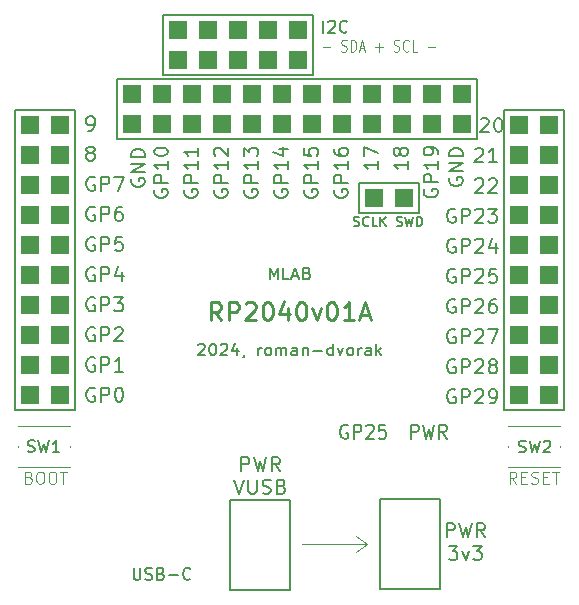
<source format=gbr>
%TF.GenerationSoftware,KiCad,Pcbnew,7.0.11+1*%
%TF.CreationDate,2024-06-06T22:27:14+00:00*%
%TF.ProjectId,RP2040v01,52503230-3430-4763-9031-2e6b69636164,rev?*%
%TF.SameCoordinates,Original*%
%TF.FileFunction,Legend,Top*%
%TF.FilePolarity,Positive*%
%FSLAX46Y46*%
G04 Gerber Fmt 4.6, Leading zero omitted, Abs format (unit mm)*
G04 Created by KiCad (PCBNEW 7.0.11+1) date 2024-06-06 22:27:14*
%MOMM*%
%LPD*%
G01*
G04 APERTURE LIST*
%ADD10C,0.100000*%
%ADD11C,0.200000*%
%ADD12C,0.150000*%
%ADD13C,0.250000*%
%ADD14C,0.120000*%
%ADD15R,1.524000X1.524000*%
G04 APERTURE END LIST*
D10*
X36150000Y10425000D02*
X37050000Y9750000D01*
X37050000Y9750000D02*
X36150000Y9075000D01*
X37050000Y9750000D02*
X36150000Y10425000D01*
X31525000Y9750000D02*
X37050000Y9750000D01*
D11*
X46236279Y40592972D02*
X46293422Y40650115D01*
X46293422Y40650115D02*
X46407708Y40707258D01*
X46407708Y40707258D02*
X46693422Y40707258D01*
X46693422Y40707258D02*
X46807708Y40650115D01*
X46807708Y40650115D02*
X46864850Y40592972D01*
X46864850Y40592972D02*
X46921993Y40478686D01*
X46921993Y40478686D02*
X46921993Y40364400D01*
X46921993Y40364400D02*
X46864850Y40192972D01*
X46864850Y40192972D02*
X46179136Y39507258D01*
X46179136Y39507258D02*
X46921993Y39507258D01*
X47379136Y40592972D02*
X47436279Y40650115D01*
X47436279Y40650115D02*
X47550565Y40707258D01*
X47550565Y40707258D02*
X47836279Y40707258D01*
X47836279Y40707258D02*
X47950565Y40650115D01*
X47950565Y40650115D02*
X48007707Y40592972D01*
X48007707Y40592972D02*
X48064850Y40478686D01*
X48064850Y40478686D02*
X48064850Y40364400D01*
X48064850Y40364400D02*
X48007707Y40192972D01*
X48007707Y40192972D02*
X47321993Y39507258D01*
X47321993Y39507258D02*
X48064850Y39507258D01*
X44521993Y25350115D02*
X44407708Y25407258D01*
X44407708Y25407258D02*
X44236279Y25407258D01*
X44236279Y25407258D02*
X44064850Y25350115D01*
X44064850Y25350115D02*
X43950565Y25235829D01*
X43950565Y25235829D02*
X43893422Y25121543D01*
X43893422Y25121543D02*
X43836279Y24892972D01*
X43836279Y24892972D02*
X43836279Y24721543D01*
X43836279Y24721543D02*
X43893422Y24492972D01*
X43893422Y24492972D02*
X43950565Y24378686D01*
X43950565Y24378686D02*
X44064850Y24264400D01*
X44064850Y24264400D02*
X44236279Y24207258D01*
X44236279Y24207258D02*
X44350565Y24207258D01*
X44350565Y24207258D02*
X44521993Y24264400D01*
X44521993Y24264400D02*
X44579136Y24321543D01*
X44579136Y24321543D02*
X44579136Y24721543D01*
X44579136Y24721543D02*
X44350565Y24721543D01*
X45093422Y24207258D02*
X45093422Y25407258D01*
X45093422Y25407258D02*
X45550565Y25407258D01*
X45550565Y25407258D02*
X45664850Y25350115D01*
X45664850Y25350115D02*
X45721993Y25292972D01*
X45721993Y25292972D02*
X45779136Y25178686D01*
X45779136Y25178686D02*
X45779136Y25007258D01*
X45779136Y25007258D02*
X45721993Y24892972D01*
X45721993Y24892972D02*
X45664850Y24835829D01*
X45664850Y24835829D02*
X45550565Y24778686D01*
X45550565Y24778686D02*
X45093422Y24778686D01*
X46236279Y25292972D02*
X46293422Y25350115D01*
X46293422Y25350115D02*
X46407708Y25407258D01*
X46407708Y25407258D02*
X46693422Y25407258D01*
X46693422Y25407258D02*
X46807708Y25350115D01*
X46807708Y25350115D02*
X46864850Y25292972D01*
X46864850Y25292972D02*
X46921993Y25178686D01*
X46921993Y25178686D02*
X46921993Y25064400D01*
X46921993Y25064400D02*
X46864850Y24892972D01*
X46864850Y24892972D02*
X46179136Y24207258D01*
X46179136Y24207258D02*
X46921993Y24207258D01*
X47607707Y24892972D02*
X47493422Y24950115D01*
X47493422Y24950115D02*
X47436279Y25007258D01*
X47436279Y25007258D02*
X47379136Y25121543D01*
X47379136Y25121543D02*
X47379136Y25178686D01*
X47379136Y25178686D02*
X47436279Y25292972D01*
X47436279Y25292972D02*
X47493422Y25350115D01*
X47493422Y25350115D02*
X47607707Y25407258D01*
X47607707Y25407258D02*
X47836279Y25407258D01*
X47836279Y25407258D02*
X47950565Y25350115D01*
X47950565Y25350115D02*
X48007707Y25292972D01*
X48007707Y25292972D02*
X48064850Y25178686D01*
X48064850Y25178686D02*
X48064850Y25121543D01*
X48064850Y25121543D02*
X48007707Y25007258D01*
X48007707Y25007258D02*
X47950565Y24950115D01*
X47950565Y24950115D02*
X47836279Y24892972D01*
X47836279Y24892972D02*
X47607707Y24892972D01*
X47607707Y24892972D02*
X47493422Y24835829D01*
X47493422Y24835829D02*
X47436279Y24778686D01*
X47436279Y24778686D02*
X47379136Y24664400D01*
X47379136Y24664400D02*
X47379136Y24435829D01*
X47379136Y24435829D02*
X47436279Y24321543D01*
X47436279Y24321543D02*
X47493422Y24264400D01*
X47493422Y24264400D02*
X47607707Y24207258D01*
X47607707Y24207258D02*
X47836279Y24207258D01*
X47836279Y24207258D02*
X47950565Y24264400D01*
X47950565Y24264400D02*
X48007707Y24321543D01*
X48007707Y24321543D02*
X48064850Y24435829D01*
X48064850Y24435829D02*
X48064850Y24664400D01*
X48064850Y24664400D02*
X48007707Y24778686D01*
X48007707Y24778686D02*
X47950565Y24835829D01*
X47950565Y24835829D02*
X47836279Y24892972D01*
X37989958Y42171994D02*
X37989958Y41486280D01*
X37989958Y41829137D02*
X36789958Y41829137D01*
X36789958Y41829137D02*
X36961387Y41714851D01*
X36961387Y41714851D02*
X37075673Y41600566D01*
X37075673Y41600566D02*
X37132816Y41486280D01*
X36789958Y42571994D02*
X36789958Y43371994D01*
X36789958Y43371994D02*
X37989958Y42857708D01*
X13995863Y33150115D02*
X13881578Y33207258D01*
X13881578Y33207258D02*
X13710149Y33207258D01*
X13710149Y33207258D02*
X13538720Y33150115D01*
X13538720Y33150115D02*
X13424435Y33035829D01*
X13424435Y33035829D02*
X13367292Y32921543D01*
X13367292Y32921543D02*
X13310149Y32692972D01*
X13310149Y32692972D02*
X13310149Y32521543D01*
X13310149Y32521543D02*
X13367292Y32292972D01*
X13367292Y32292972D02*
X13424435Y32178686D01*
X13424435Y32178686D02*
X13538720Y32064400D01*
X13538720Y32064400D02*
X13710149Y32007258D01*
X13710149Y32007258D02*
X13824435Y32007258D01*
X13824435Y32007258D02*
X13995863Y32064400D01*
X13995863Y32064400D02*
X14053006Y32121543D01*
X14053006Y32121543D02*
X14053006Y32521543D01*
X14053006Y32521543D02*
X13824435Y32521543D01*
X14567292Y32007258D02*
X14567292Y33207258D01*
X14567292Y33207258D02*
X15024435Y33207258D01*
X15024435Y33207258D02*
X15138720Y33150115D01*
X15138720Y33150115D02*
X15195863Y33092972D01*
X15195863Y33092972D02*
X15253006Y32978686D01*
X15253006Y32978686D02*
X15253006Y32807258D01*
X15253006Y32807258D02*
X15195863Y32692972D01*
X15195863Y32692972D02*
X15138720Y32635829D01*
X15138720Y32635829D02*
X15024435Y32578686D01*
X15024435Y32578686D02*
X14567292Y32578686D01*
X16281578Y32807258D02*
X16281578Y32007258D01*
X15995863Y33264400D02*
X15710149Y32407258D01*
X15710149Y32407258D02*
X16453006Y32407258D01*
X44521993Y30450115D02*
X44407708Y30507258D01*
X44407708Y30507258D02*
X44236279Y30507258D01*
X44236279Y30507258D02*
X44064850Y30450115D01*
X44064850Y30450115D02*
X43950565Y30335829D01*
X43950565Y30335829D02*
X43893422Y30221543D01*
X43893422Y30221543D02*
X43836279Y29992972D01*
X43836279Y29992972D02*
X43836279Y29821543D01*
X43836279Y29821543D02*
X43893422Y29592972D01*
X43893422Y29592972D02*
X43950565Y29478686D01*
X43950565Y29478686D02*
X44064850Y29364400D01*
X44064850Y29364400D02*
X44236279Y29307258D01*
X44236279Y29307258D02*
X44350565Y29307258D01*
X44350565Y29307258D02*
X44521993Y29364400D01*
X44521993Y29364400D02*
X44579136Y29421543D01*
X44579136Y29421543D02*
X44579136Y29821543D01*
X44579136Y29821543D02*
X44350565Y29821543D01*
X45093422Y29307258D02*
X45093422Y30507258D01*
X45093422Y30507258D02*
X45550565Y30507258D01*
X45550565Y30507258D02*
X45664850Y30450115D01*
X45664850Y30450115D02*
X45721993Y30392972D01*
X45721993Y30392972D02*
X45779136Y30278686D01*
X45779136Y30278686D02*
X45779136Y30107258D01*
X45779136Y30107258D02*
X45721993Y29992972D01*
X45721993Y29992972D02*
X45664850Y29935829D01*
X45664850Y29935829D02*
X45550565Y29878686D01*
X45550565Y29878686D02*
X45093422Y29878686D01*
X46236279Y30392972D02*
X46293422Y30450115D01*
X46293422Y30450115D02*
X46407708Y30507258D01*
X46407708Y30507258D02*
X46693422Y30507258D01*
X46693422Y30507258D02*
X46807708Y30450115D01*
X46807708Y30450115D02*
X46864850Y30392972D01*
X46864850Y30392972D02*
X46921993Y30278686D01*
X46921993Y30278686D02*
X46921993Y30164400D01*
X46921993Y30164400D02*
X46864850Y29992972D01*
X46864850Y29992972D02*
X46179136Y29307258D01*
X46179136Y29307258D02*
X46921993Y29307258D01*
X47950565Y30507258D02*
X47721993Y30507258D01*
X47721993Y30507258D02*
X47607707Y30450115D01*
X47607707Y30450115D02*
X47550565Y30392972D01*
X47550565Y30392972D02*
X47436279Y30221543D01*
X47436279Y30221543D02*
X47379136Y29992972D01*
X47379136Y29992972D02*
X47379136Y29535829D01*
X47379136Y29535829D02*
X47436279Y29421543D01*
X47436279Y29421543D02*
X47493422Y29364400D01*
X47493422Y29364400D02*
X47607707Y29307258D01*
X47607707Y29307258D02*
X47836279Y29307258D01*
X47836279Y29307258D02*
X47950565Y29364400D01*
X47950565Y29364400D02*
X48007707Y29421543D01*
X48007707Y29421543D02*
X48064850Y29535829D01*
X48064850Y29535829D02*
X48064850Y29821543D01*
X48064850Y29821543D02*
X48007707Y29935829D01*
X48007707Y29935829D02*
X47950565Y29992972D01*
X47950565Y29992972D02*
X47836279Y30050115D01*
X47836279Y30050115D02*
X47607707Y30050115D01*
X47607707Y30050115D02*
X47493422Y29992972D01*
X47493422Y29992972D02*
X47436279Y29935829D01*
X47436279Y29935829D02*
X47379136Y29821543D01*
D10*
X8437217Y15401391D02*
X8580074Y15353772D01*
X8580074Y15353772D02*
X8627693Y15306153D01*
X8627693Y15306153D02*
X8675312Y15210915D01*
X8675312Y15210915D02*
X8675312Y15068058D01*
X8675312Y15068058D02*
X8627693Y14972820D01*
X8627693Y14972820D02*
X8580074Y14925200D01*
X8580074Y14925200D02*
X8484836Y14877581D01*
X8484836Y14877581D02*
X8103884Y14877581D01*
X8103884Y14877581D02*
X8103884Y15877581D01*
X8103884Y15877581D02*
X8437217Y15877581D01*
X8437217Y15877581D02*
X8532455Y15829962D01*
X8532455Y15829962D02*
X8580074Y15782343D01*
X8580074Y15782343D02*
X8627693Y15687105D01*
X8627693Y15687105D02*
X8627693Y15591867D01*
X8627693Y15591867D02*
X8580074Y15496629D01*
X8580074Y15496629D02*
X8532455Y15449010D01*
X8532455Y15449010D02*
X8437217Y15401391D01*
X8437217Y15401391D02*
X8103884Y15401391D01*
X9294360Y15877581D02*
X9484836Y15877581D01*
X9484836Y15877581D02*
X9580074Y15829962D01*
X9580074Y15829962D02*
X9675312Y15734724D01*
X9675312Y15734724D02*
X9722931Y15544248D01*
X9722931Y15544248D02*
X9722931Y15210915D01*
X9722931Y15210915D02*
X9675312Y15020439D01*
X9675312Y15020439D02*
X9580074Y14925200D01*
X9580074Y14925200D02*
X9484836Y14877581D01*
X9484836Y14877581D02*
X9294360Y14877581D01*
X9294360Y14877581D02*
X9199122Y14925200D01*
X9199122Y14925200D02*
X9103884Y15020439D01*
X9103884Y15020439D02*
X9056265Y15210915D01*
X9056265Y15210915D02*
X9056265Y15544248D01*
X9056265Y15544248D02*
X9103884Y15734724D01*
X9103884Y15734724D02*
X9199122Y15829962D01*
X9199122Y15829962D02*
X9294360Y15877581D01*
X10341979Y15877581D02*
X10532455Y15877581D01*
X10532455Y15877581D02*
X10627693Y15829962D01*
X10627693Y15829962D02*
X10722931Y15734724D01*
X10722931Y15734724D02*
X10770550Y15544248D01*
X10770550Y15544248D02*
X10770550Y15210915D01*
X10770550Y15210915D02*
X10722931Y15020439D01*
X10722931Y15020439D02*
X10627693Y14925200D01*
X10627693Y14925200D02*
X10532455Y14877581D01*
X10532455Y14877581D02*
X10341979Y14877581D01*
X10341979Y14877581D02*
X10246741Y14925200D01*
X10246741Y14925200D02*
X10151503Y15020439D01*
X10151503Y15020439D02*
X10103884Y15210915D01*
X10103884Y15210915D02*
X10103884Y15544248D01*
X10103884Y15544248D02*
X10151503Y15734724D01*
X10151503Y15734724D02*
X10246741Y15829962D01*
X10246741Y15829962D02*
X10341979Y15877581D01*
X11056265Y15877581D02*
X11627693Y15877581D01*
X11341979Y14877581D02*
X11341979Y15877581D01*
D11*
X13995863Y28050115D02*
X13881578Y28107258D01*
X13881578Y28107258D02*
X13710149Y28107258D01*
X13710149Y28107258D02*
X13538720Y28050115D01*
X13538720Y28050115D02*
X13424435Y27935829D01*
X13424435Y27935829D02*
X13367292Y27821543D01*
X13367292Y27821543D02*
X13310149Y27592972D01*
X13310149Y27592972D02*
X13310149Y27421543D01*
X13310149Y27421543D02*
X13367292Y27192972D01*
X13367292Y27192972D02*
X13424435Y27078686D01*
X13424435Y27078686D02*
X13538720Y26964400D01*
X13538720Y26964400D02*
X13710149Y26907258D01*
X13710149Y26907258D02*
X13824435Y26907258D01*
X13824435Y26907258D02*
X13995863Y26964400D01*
X13995863Y26964400D02*
X14053006Y27021543D01*
X14053006Y27021543D02*
X14053006Y27421543D01*
X14053006Y27421543D02*
X13824435Y27421543D01*
X14567292Y26907258D02*
X14567292Y28107258D01*
X14567292Y28107258D02*
X15024435Y28107258D01*
X15024435Y28107258D02*
X15138720Y28050115D01*
X15138720Y28050115D02*
X15195863Y27992972D01*
X15195863Y27992972D02*
X15253006Y27878686D01*
X15253006Y27878686D02*
X15253006Y27707258D01*
X15253006Y27707258D02*
X15195863Y27592972D01*
X15195863Y27592972D02*
X15138720Y27535829D01*
X15138720Y27535829D02*
X15024435Y27478686D01*
X15024435Y27478686D02*
X14567292Y27478686D01*
X15710149Y27992972D02*
X15767292Y28050115D01*
X15767292Y28050115D02*
X15881578Y28107258D01*
X15881578Y28107258D02*
X16167292Y28107258D01*
X16167292Y28107258D02*
X16281578Y28050115D01*
X16281578Y28050115D02*
X16338720Y27992972D01*
X16338720Y27992972D02*
X16395863Y27878686D01*
X16395863Y27878686D02*
X16395863Y27764400D01*
X16395863Y27764400D02*
X16338720Y27592972D01*
X16338720Y27592972D02*
X15653006Y26907258D01*
X15653006Y26907258D02*
X16395863Y26907258D01*
X41924885Y39796994D02*
X41867742Y39682708D01*
X41867742Y39682708D02*
X41867742Y39511280D01*
X41867742Y39511280D02*
X41924885Y39339851D01*
X41924885Y39339851D02*
X42039171Y39225566D01*
X42039171Y39225566D02*
X42153457Y39168423D01*
X42153457Y39168423D02*
X42382028Y39111280D01*
X42382028Y39111280D02*
X42553457Y39111280D01*
X42553457Y39111280D02*
X42782028Y39168423D01*
X42782028Y39168423D02*
X42896314Y39225566D01*
X42896314Y39225566D02*
X43010600Y39339851D01*
X43010600Y39339851D02*
X43067742Y39511280D01*
X43067742Y39511280D02*
X43067742Y39625566D01*
X43067742Y39625566D02*
X43010600Y39796994D01*
X43010600Y39796994D02*
X42953457Y39854137D01*
X42953457Y39854137D02*
X42553457Y39854137D01*
X42553457Y39854137D02*
X42553457Y39625566D01*
X43067742Y40368423D02*
X41867742Y40368423D01*
X41867742Y40368423D02*
X41867742Y40825566D01*
X41867742Y40825566D02*
X41924885Y40939851D01*
X41924885Y40939851D02*
X41982028Y40996994D01*
X41982028Y40996994D02*
X42096314Y41054137D01*
X42096314Y41054137D02*
X42267742Y41054137D01*
X42267742Y41054137D02*
X42382028Y40996994D01*
X42382028Y40996994D02*
X42439171Y40939851D01*
X42439171Y40939851D02*
X42496314Y40825566D01*
X42496314Y40825566D02*
X42496314Y40368423D01*
X43067742Y42196994D02*
X43067742Y41511280D01*
X43067742Y41854137D02*
X41867742Y41854137D01*
X41867742Y41854137D02*
X42039171Y41739851D01*
X42039171Y41739851D02*
X42153457Y41625566D01*
X42153457Y41625566D02*
X42210600Y41511280D01*
X43067742Y42768423D02*
X43067742Y42996994D01*
X43067742Y42996994D02*
X43010600Y43111280D01*
X43010600Y43111280D02*
X42953457Y43168423D01*
X42953457Y43168423D02*
X42782028Y43282708D01*
X42782028Y43282708D02*
X42553457Y43339851D01*
X42553457Y43339851D02*
X42096314Y43339851D01*
X42096314Y43339851D02*
X41982028Y43282708D01*
X41982028Y43282708D02*
X41924885Y43225565D01*
X41924885Y43225565D02*
X41867742Y43111280D01*
X41867742Y43111280D02*
X41867742Y42882708D01*
X41867742Y42882708D02*
X41924885Y42768423D01*
X41924885Y42768423D02*
X41982028Y42711280D01*
X41982028Y42711280D02*
X42096314Y42654137D01*
X42096314Y42654137D02*
X42382028Y42654137D01*
X42382028Y42654137D02*
X42496314Y42711280D01*
X42496314Y42711280D02*
X42553457Y42768423D01*
X42553457Y42768423D02*
X42610600Y42882708D01*
X42610600Y42882708D02*
X42610600Y43111280D01*
X42610600Y43111280D02*
X42553457Y43225565D01*
X42553457Y43225565D02*
X42496314Y43282708D01*
X42496314Y43282708D02*
X42382028Y43339851D01*
X46211279Y43167972D02*
X46268422Y43225115D01*
X46268422Y43225115D02*
X46382708Y43282258D01*
X46382708Y43282258D02*
X46668422Y43282258D01*
X46668422Y43282258D02*
X46782708Y43225115D01*
X46782708Y43225115D02*
X46839850Y43167972D01*
X46839850Y43167972D02*
X46896993Y43053686D01*
X46896993Y43053686D02*
X46896993Y42939400D01*
X46896993Y42939400D02*
X46839850Y42767972D01*
X46839850Y42767972D02*
X46154136Y42082258D01*
X46154136Y42082258D02*
X46896993Y42082258D01*
X48039850Y42082258D02*
X47354136Y42082258D01*
X47696993Y42082258D02*
X47696993Y43282258D01*
X47696993Y43282258D02*
X47582707Y43110829D01*
X47582707Y43110829D02*
X47468422Y42996543D01*
X47468422Y42996543D02*
X47354136Y42939400D01*
X34308213Y39771994D02*
X34251070Y39657708D01*
X34251070Y39657708D02*
X34251070Y39486280D01*
X34251070Y39486280D02*
X34308213Y39314851D01*
X34308213Y39314851D02*
X34422499Y39200566D01*
X34422499Y39200566D02*
X34536785Y39143423D01*
X34536785Y39143423D02*
X34765356Y39086280D01*
X34765356Y39086280D02*
X34936785Y39086280D01*
X34936785Y39086280D02*
X35165356Y39143423D01*
X35165356Y39143423D02*
X35279642Y39200566D01*
X35279642Y39200566D02*
X35393928Y39314851D01*
X35393928Y39314851D02*
X35451070Y39486280D01*
X35451070Y39486280D02*
X35451070Y39600566D01*
X35451070Y39600566D02*
X35393928Y39771994D01*
X35393928Y39771994D02*
X35336785Y39829137D01*
X35336785Y39829137D02*
X34936785Y39829137D01*
X34936785Y39829137D02*
X34936785Y39600566D01*
X35451070Y40343423D02*
X34251070Y40343423D01*
X34251070Y40343423D02*
X34251070Y40800566D01*
X34251070Y40800566D02*
X34308213Y40914851D01*
X34308213Y40914851D02*
X34365356Y40971994D01*
X34365356Y40971994D02*
X34479642Y41029137D01*
X34479642Y41029137D02*
X34651070Y41029137D01*
X34651070Y41029137D02*
X34765356Y40971994D01*
X34765356Y40971994D02*
X34822499Y40914851D01*
X34822499Y40914851D02*
X34879642Y40800566D01*
X34879642Y40800566D02*
X34879642Y40343423D01*
X35451070Y42171994D02*
X35451070Y41486280D01*
X35451070Y41829137D02*
X34251070Y41829137D01*
X34251070Y41829137D02*
X34422499Y41714851D01*
X34422499Y41714851D02*
X34536785Y41600566D01*
X34536785Y41600566D02*
X34593928Y41486280D01*
X34251070Y43200565D02*
X34251070Y42971994D01*
X34251070Y42971994D02*
X34308213Y42857708D01*
X34308213Y42857708D02*
X34365356Y42800565D01*
X34365356Y42800565D02*
X34536785Y42686280D01*
X34536785Y42686280D02*
X34765356Y42629137D01*
X34765356Y42629137D02*
X35222499Y42629137D01*
X35222499Y42629137D02*
X35336785Y42686280D01*
X35336785Y42686280D02*
X35393928Y42743423D01*
X35393928Y42743423D02*
X35451070Y42857708D01*
X35451070Y42857708D02*
X35451070Y43086280D01*
X35451070Y43086280D02*
X35393928Y43200565D01*
X35393928Y43200565D02*
X35336785Y43257708D01*
X35336785Y43257708D02*
X35222499Y43314851D01*
X35222499Y43314851D02*
X34936785Y43314851D01*
X34936785Y43314851D02*
X34822499Y43257708D01*
X34822499Y43257708D02*
X34765356Y43200565D01*
X34765356Y43200565D02*
X34708213Y43086280D01*
X34708213Y43086280D02*
X34708213Y42857708D01*
X34708213Y42857708D02*
X34765356Y42743423D01*
X34765356Y42743423D02*
X34822499Y42686280D01*
X34822499Y42686280D02*
X34936785Y42629137D01*
X44521993Y38100115D02*
X44407708Y38157258D01*
X44407708Y38157258D02*
X44236279Y38157258D01*
X44236279Y38157258D02*
X44064850Y38100115D01*
X44064850Y38100115D02*
X43950565Y37985829D01*
X43950565Y37985829D02*
X43893422Y37871543D01*
X43893422Y37871543D02*
X43836279Y37642972D01*
X43836279Y37642972D02*
X43836279Y37471543D01*
X43836279Y37471543D02*
X43893422Y37242972D01*
X43893422Y37242972D02*
X43950565Y37128686D01*
X43950565Y37128686D02*
X44064850Y37014400D01*
X44064850Y37014400D02*
X44236279Y36957258D01*
X44236279Y36957258D02*
X44350565Y36957258D01*
X44350565Y36957258D02*
X44521993Y37014400D01*
X44521993Y37014400D02*
X44579136Y37071543D01*
X44579136Y37071543D02*
X44579136Y37471543D01*
X44579136Y37471543D02*
X44350565Y37471543D01*
X45093422Y36957258D02*
X45093422Y38157258D01*
X45093422Y38157258D02*
X45550565Y38157258D01*
X45550565Y38157258D02*
X45664850Y38100115D01*
X45664850Y38100115D02*
X45721993Y38042972D01*
X45721993Y38042972D02*
X45779136Y37928686D01*
X45779136Y37928686D02*
X45779136Y37757258D01*
X45779136Y37757258D02*
X45721993Y37642972D01*
X45721993Y37642972D02*
X45664850Y37585829D01*
X45664850Y37585829D02*
X45550565Y37528686D01*
X45550565Y37528686D02*
X45093422Y37528686D01*
X46236279Y38042972D02*
X46293422Y38100115D01*
X46293422Y38100115D02*
X46407708Y38157258D01*
X46407708Y38157258D02*
X46693422Y38157258D01*
X46693422Y38157258D02*
X46807708Y38100115D01*
X46807708Y38100115D02*
X46864850Y38042972D01*
X46864850Y38042972D02*
X46921993Y37928686D01*
X46921993Y37928686D02*
X46921993Y37814400D01*
X46921993Y37814400D02*
X46864850Y37642972D01*
X46864850Y37642972D02*
X46179136Y36957258D01*
X46179136Y36957258D02*
X46921993Y36957258D01*
X47321993Y38157258D02*
X48064850Y38157258D01*
X48064850Y38157258D02*
X47664850Y37700115D01*
X47664850Y37700115D02*
X47836279Y37700115D01*
X47836279Y37700115D02*
X47950565Y37642972D01*
X47950565Y37642972D02*
X48007707Y37585829D01*
X48007707Y37585829D02*
X48064850Y37471543D01*
X48064850Y37471543D02*
X48064850Y37185829D01*
X48064850Y37185829D02*
X48007707Y37071543D01*
X48007707Y37071543D02*
X47950565Y37014400D01*
X47950565Y37014400D02*
X47836279Y36957258D01*
X47836279Y36957258D02*
X47493422Y36957258D01*
X47493422Y36957258D02*
X47379136Y37014400D01*
X47379136Y37014400D02*
X47321993Y37071543D01*
X13995863Y30600115D02*
X13881578Y30657258D01*
X13881578Y30657258D02*
X13710149Y30657258D01*
X13710149Y30657258D02*
X13538720Y30600115D01*
X13538720Y30600115D02*
X13424435Y30485829D01*
X13424435Y30485829D02*
X13367292Y30371543D01*
X13367292Y30371543D02*
X13310149Y30142972D01*
X13310149Y30142972D02*
X13310149Y29971543D01*
X13310149Y29971543D02*
X13367292Y29742972D01*
X13367292Y29742972D02*
X13424435Y29628686D01*
X13424435Y29628686D02*
X13538720Y29514400D01*
X13538720Y29514400D02*
X13710149Y29457258D01*
X13710149Y29457258D02*
X13824435Y29457258D01*
X13824435Y29457258D02*
X13995863Y29514400D01*
X13995863Y29514400D02*
X14053006Y29571543D01*
X14053006Y29571543D02*
X14053006Y29971543D01*
X14053006Y29971543D02*
X13824435Y29971543D01*
X14567292Y29457258D02*
X14567292Y30657258D01*
X14567292Y30657258D02*
X15024435Y30657258D01*
X15024435Y30657258D02*
X15138720Y30600115D01*
X15138720Y30600115D02*
X15195863Y30542972D01*
X15195863Y30542972D02*
X15253006Y30428686D01*
X15253006Y30428686D02*
X15253006Y30257258D01*
X15253006Y30257258D02*
X15195863Y30142972D01*
X15195863Y30142972D02*
X15138720Y30085829D01*
X15138720Y30085829D02*
X15024435Y30028686D01*
X15024435Y30028686D02*
X14567292Y30028686D01*
X15653006Y30657258D02*
X16395863Y30657258D01*
X16395863Y30657258D02*
X15995863Y30200115D01*
X15995863Y30200115D02*
X16167292Y30200115D01*
X16167292Y30200115D02*
X16281578Y30142972D01*
X16281578Y30142972D02*
X16338720Y30085829D01*
X16338720Y30085829D02*
X16395863Y29971543D01*
X16395863Y29971543D02*
X16395863Y29685829D01*
X16395863Y29685829D02*
X16338720Y29571543D01*
X16338720Y29571543D02*
X16281578Y29514400D01*
X16281578Y29514400D02*
X16167292Y29457258D01*
X16167292Y29457258D02*
X15824435Y29457258D01*
X15824435Y29457258D02*
X15710149Y29514400D01*
X15710149Y29514400D02*
X15653006Y29571543D01*
X13995863Y38250115D02*
X13881578Y38307258D01*
X13881578Y38307258D02*
X13710149Y38307258D01*
X13710149Y38307258D02*
X13538720Y38250115D01*
X13538720Y38250115D02*
X13424435Y38135829D01*
X13424435Y38135829D02*
X13367292Y38021543D01*
X13367292Y38021543D02*
X13310149Y37792972D01*
X13310149Y37792972D02*
X13310149Y37621543D01*
X13310149Y37621543D02*
X13367292Y37392972D01*
X13367292Y37392972D02*
X13424435Y37278686D01*
X13424435Y37278686D02*
X13538720Y37164400D01*
X13538720Y37164400D02*
X13710149Y37107258D01*
X13710149Y37107258D02*
X13824435Y37107258D01*
X13824435Y37107258D02*
X13995863Y37164400D01*
X13995863Y37164400D02*
X14053006Y37221543D01*
X14053006Y37221543D02*
X14053006Y37621543D01*
X14053006Y37621543D02*
X13824435Y37621543D01*
X14567292Y37107258D02*
X14567292Y38307258D01*
X14567292Y38307258D02*
X15024435Y38307258D01*
X15024435Y38307258D02*
X15138720Y38250115D01*
X15138720Y38250115D02*
X15195863Y38192972D01*
X15195863Y38192972D02*
X15253006Y38078686D01*
X15253006Y38078686D02*
X15253006Y37907258D01*
X15253006Y37907258D02*
X15195863Y37792972D01*
X15195863Y37792972D02*
X15138720Y37735829D01*
X15138720Y37735829D02*
X15024435Y37678686D01*
X15024435Y37678686D02*
X14567292Y37678686D01*
X16281578Y38307258D02*
X16053006Y38307258D01*
X16053006Y38307258D02*
X15938720Y38250115D01*
X15938720Y38250115D02*
X15881578Y38192972D01*
X15881578Y38192972D02*
X15767292Y38021543D01*
X15767292Y38021543D02*
X15710149Y37792972D01*
X15710149Y37792972D02*
X15710149Y37335829D01*
X15710149Y37335829D02*
X15767292Y37221543D01*
X15767292Y37221543D02*
X15824435Y37164400D01*
X15824435Y37164400D02*
X15938720Y37107258D01*
X15938720Y37107258D02*
X16167292Y37107258D01*
X16167292Y37107258D02*
X16281578Y37164400D01*
X16281578Y37164400D02*
X16338720Y37221543D01*
X16338720Y37221543D02*
X16395863Y37335829D01*
X16395863Y37335829D02*
X16395863Y37621543D01*
X16395863Y37621543D02*
X16338720Y37735829D01*
X16338720Y37735829D02*
X16281578Y37792972D01*
X16281578Y37792972D02*
X16167292Y37850115D01*
X16167292Y37850115D02*
X15938720Y37850115D01*
X15938720Y37850115D02*
X15824435Y37792972D01*
X15824435Y37792972D02*
X15767292Y37735829D01*
X15767292Y37735829D02*
X15710149Y37621543D01*
X44049885Y40750565D02*
X43992742Y40636279D01*
X43992742Y40636279D02*
X43992742Y40464851D01*
X43992742Y40464851D02*
X44049885Y40293422D01*
X44049885Y40293422D02*
X44164171Y40179137D01*
X44164171Y40179137D02*
X44278457Y40121994D01*
X44278457Y40121994D02*
X44507028Y40064851D01*
X44507028Y40064851D02*
X44678457Y40064851D01*
X44678457Y40064851D02*
X44907028Y40121994D01*
X44907028Y40121994D02*
X45021314Y40179137D01*
X45021314Y40179137D02*
X45135600Y40293422D01*
X45135600Y40293422D02*
X45192742Y40464851D01*
X45192742Y40464851D02*
X45192742Y40579137D01*
X45192742Y40579137D02*
X45135600Y40750565D01*
X45135600Y40750565D02*
X45078457Y40807708D01*
X45078457Y40807708D02*
X44678457Y40807708D01*
X44678457Y40807708D02*
X44678457Y40579137D01*
X45192742Y41321994D02*
X43992742Y41321994D01*
X43992742Y41321994D02*
X45192742Y42007708D01*
X45192742Y42007708D02*
X43992742Y42007708D01*
X45192742Y42579137D02*
X43992742Y42579137D01*
X43992742Y42579137D02*
X43992742Y42864851D01*
X43992742Y42864851D02*
X44049885Y43036280D01*
X44049885Y43036280D02*
X44164171Y43150565D01*
X44164171Y43150565D02*
X44278457Y43207708D01*
X44278457Y43207708D02*
X44507028Y43264851D01*
X44507028Y43264851D02*
X44678457Y43264851D01*
X44678457Y43264851D02*
X44907028Y43207708D01*
X44907028Y43207708D02*
X45021314Y43150565D01*
X45021314Y43150565D02*
X45135600Y43036280D01*
X45135600Y43036280D02*
X45192742Y42864851D01*
X45192742Y42864851D02*
X45192742Y42579137D01*
X44521993Y33000115D02*
X44407708Y33057258D01*
X44407708Y33057258D02*
X44236279Y33057258D01*
X44236279Y33057258D02*
X44064850Y33000115D01*
X44064850Y33000115D02*
X43950565Y32885829D01*
X43950565Y32885829D02*
X43893422Y32771543D01*
X43893422Y32771543D02*
X43836279Y32542972D01*
X43836279Y32542972D02*
X43836279Y32371543D01*
X43836279Y32371543D02*
X43893422Y32142972D01*
X43893422Y32142972D02*
X43950565Y32028686D01*
X43950565Y32028686D02*
X44064850Y31914400D01*
X44064850Y31914400D02*
X44236279Y31857258D01*
X44236279Y31857258D02*
X44350565Y31857258D01*
X44350565Y31857258D02*
X44521993Y31914400D01*
X44521993Y31914400D02*
X44579136Y31971543D01*
X44579136Y31971543D02*
X44579136Y32371543D01*
X44579136Y32371543D02*
X44350565Y32371543D01*
X45093422Y31857258D02*
X45093422Y33057258D01*
X45093422Y33057258D02*
X45550565Y33057258D01*
X45550565Y33057258D02*
X45664850Y33000115D01*
X45664850Y33000115D02*
X45721993Y32942972D01*
X45721993Y32942972D02*
X45779136Y32828686D01*
X45779136Y32828686D02*
X45779136Y32657258D01*
X45779136Y32657258D02*
X45721993Y32542972D01*
X45721993Y32542972D02*
X45664850Y32485829D01*
X45664850Y32485829D02*
X45550565Y32428686D01*
X45550565Y32428686D02*
X45093422Y32428686D01*
X46236279Y32942972D02*
X46293422Y33000115D01*
X46293422Y33000115D02*
X46407708Y33057258D01*
X46407708Y33057258D02*
X46693422Y33057258D01*
X46693422Y33057258D02*
X46807708Y33000115D01*
X46807708Y33000115D02*
X46864850Y32942972D01*
X46864850Y32942972D02*
X46921993Y32828686D01*
X46921993Y32828686D02*
X46921993Y32714400D01*
X46921993Y32714400D02*
X46864850Y32542972D01*
X46864850Y32542972D02*
X46179136Y31857258D01*
X46179136Y31857258D02*
X46921993Y31857258D01*
X48007707Y33057258D02*
X47436279Y33057258D01*
X47436279Y33057258D02*
X47379136Y32485829D01*
X47379136Y32485829D02*
X47436279Y32542972D01*
X47436279Y32542972D02*
X47550565Y32600115D01*
X47550565Y32600115D02*
X47836279Y32600115D01*
X47836279Y32600115D02*
X47950565Y32542972D01*
X47950565Y32542972D02*
X48007707Y32485829D01*
X48007707Y32485829D02*
X48064850Y32371543D01*
X48064850Y32371543D02*
X48064850Y32085829D01*
X48064850Y32085829D02*
X48007707Y31971543D01*
X48007707Y31971543D02*
X47950565Y31914400D01*
X47950565Y31914400D02*
X47836279Y31857258D01*
X47836279Y31857258D02*
X47550565Y31857258D01*
X47550565Y31857258D02*
X47436279Y31914400D01*
X47436279Y31914400D02*
X47379136Y31971543D01*
X13995863Y35700115D02*
X13881578Y35757258D01*
X13881578Y35757258D02*
X13710149Y35757258D01*
X13710149Y35757258D02*
X13538720Y35700115D01*
X13538720Y35700115D02*
X13424435Y35585829D01*
X13424435Y35585829D02*
X13367292Y35471543D01*
X13367292Y35471543D02*
X13310149Y35242972D01*
X13310149Y35242972D02*
X13310149Y35071543D01*
X13310149Y35071543D02*
X13367292Y34842972D01*
X13367292Y34842972D02*
X13424435Y34728686D01*
X13424435Y34728686D02*
X13538720Y34614400D01*
X13538720Y34614400D02*
X13710149Y34557258D01*
X13710149Y34557258D02*
X13824435Y34557258D01*
X13824435Y34557258D02*
X13995863Y34614400D01*
X13995863Y34614400D02*
X14053006Y34671543D01*
X14053006Y34671543D02*
X14053006Y35071543D01*
X14053006Y35071543D02*
X13824435Y35071543D01*
X14567292Y34557258D02*
X14567292Y35757258D01*
X14567292Y35757258D02*
X15024435Y35757258D01*
X15024435Y35757258D02*
X15138720Y35700115D01*
X15138720Y35700115D02*
X15195863Y35642972D01*
X15195863Y35642972D02*
X15253006Y35528686D01*
X15253006Y35528686D02*
X15253006Y35357258D01*
X15253006Y35357258D02*
X15195863Y35242972D01*
X15195863Y35242972D02*
X15138720Y35185829D01*
X15138720Y35185829D02*
X15024435Y35128686D01*
X15024435Y35128686D02*
X14567292Y35128686D01*
X16338720Y35757258D02*
X15767292Y35757258D01*
X15767292Y35757258D02*
X15710149Y35185829D01*
X15710149Y35185829D02*
X15767292Y35242972D01*
X15767292Y35242972D02*
X15881578Y35300115D01*
X15881578Y35300115D02*
X16167292Y35300115D01*
X16167292Y35300115D02*
X16281578Y35242972D01*
X16281578Y35242972D02*
X16338720Y35185829D01*
X16338720Y35185829D02*
X16395863Y35071543D01*
X16395863Y35071543D02*
X16395863Y34785829D01*
X16395863Y34785829D02*
X16338720Y34671543D01*
X16338720Y34671543D02*
X16281578Y34614400D01*
X16281578Y34614400D02*
X16167292Y34557258D01*
X16167292Y34557258D02*
X15881578Y34557258D01*
X15881578Y34557258D02*
X15767292Y34614400D01*
X15767292Y34614400D02*
X15710149Y34671543D01*
X26691549Y39771994D02*
X26634406Y39657708D01*
X26634406Y39657708D02*
X26634406Y39486280D01*
X26634406Y39486280D02*
X26691549Y39314851D01*
X26691549Y39314851D02*
X26805835Y39200566D01*
X26805835Y39200566D02*
X26920121Y39143423D01*
X26920121Y39143423D02*
X27148692Y39086280D01*
X27148692Y39086280D02*
X27320121Y39086280D01*
X27320121Y39086280D02*
X27548692Y39143423D01*
X27548692Y39143423D02*
X27662978Y39200566D01*
X27662978Y39200566D02*
X27777264Y39314851D01*
X27777264Y39314851D02*
X27834406Y39486280D01*
X27834406Y39486280D02*
X27834406Y39600566D01*
X27834406Y39600566D02*
X27777264Y39771994D01*
X27777264Y39771994D02*
X27720121Y39829137D01*
X27720121Y39829137D02*
X27320121Y39829137D01*
X27320121Y39829137D02*
X27320121Y39600566D01*
X27834406Y40343423D02*
X26634406Y40343423D01*
X26634406Y40343423D02*
X26634406Y40800566D01*
X26634406Y40800566D02*
X26691549Y40914851D01*
X26691549Y40914851D02*
X26748692Y40971994D01*
X26748692Y40971994D02*
X26862978Y41029137D01*
X26862978Y41029137D02*
X27034406Y41029137D01*
X27034406Y41029137D02*
X27148692Y40971994D01*
X27148692Y40971994D02*
X27205835Y40914851D01*
X27205835Y40914851D02*
X27262978Y40800566D01*
X27262978Y40800566D02*
X27262978Y40343423D01*
X27834406Y42171994D02*
X27834406Y41486280D01*
X27834406Y41829137D02*
X26634406Y41829137D01*
X26634406Y41829137D02*
X26805835Y41714851D01*
X26805835Y41714851D02*
X26920121Y41600566D01*
X26920121Y41600566D02*
X26977264Y41486280D01*
X26634406Y42571994D02*
X26634406Y43314851D01*
X26634406Y43314851D02*
X27091549Y42914851D01*
X27091549Y42914851D02*
X27091549Y43086280D01*
X27091549Y43086280D02*
X27148692Y43200565D01*
X27148692Y43200565D02*
X27205835Y43257708D01*
X27205835Y43257708D02*
X27320121Y43314851D01*
X27320121Y43314851D02*
X27605835Y43314851D01*
X27605835Y43314851D02*
X27720121Y43257708D01*
X27720121Y43257708D02*
X27777264Y43200565D01*
X27777264Y43200565D02*
X27834406Y43086280D01*
X27834406Y43086280D02*
X27834406Y42743423D01*
X27834406Y42743423D02*
X27777264Y42629137D01*
X27777264Y42629137D02*
X27720121Y42571994D01*
X43800000Y10339258D02*
X43800000Y11539258D01*
X43800000Y11539258D02*
X44257143Y11539258D01*
X44257143Y11539258D02*
X44371428Y11482115D01*
X44371428Y11482115D02*
X44428571Y11424972D01*
X44428571Y11424972D02*
X44485714Y11310686D01*
X44485714Y11310686D02*
X44485714Y11139258D01*
X44485714Y11139258D02*
X44428571Y11024972D01*
X44428571Y11024972D02*
X44371428Y10967829D01*
X44371428Y10967829D02*
X44257143Y10910686D01*
X44257143Y10910686D02*
X43800000Y10910686D01*
X44885714Y11539258D02*
X45171428Y10339258D01*
X45171428Y10339258D02*
X45400000Y11196400D01*
X45400000Y11196400D02*
X45628571Y10339258D01*
X45628571Y10339258D02*
X45914286Y11539258D01*
X47057143Y10339258D02*
X46657143Y10910686D01*
X46371429Y10339258D02*
X46371429Y11539258D01*
X46371429Y11539258D02*
X46828572Y11539258D01*
X46828572Y11539258D02*
X46942857Y11482115D01*
X46942857Y11482115D02*
X47000000Y11424972D01*
X47000000Y11424972D02*
X47057143Y11310686D01*
X47057143Y11310686D02*
X47057143Y11139258D01*
X47057143Y11139258D02*
X47000000Y11024972D01*
X47000000Y11024972D02*
X46942857Y10967829D01*
X46942857Y10967829D02*
X46828572Y10910686D01*
X46828572Y10910686D02*
X46371429Y10910686D01*
X43971428Y9607258D02*
X44714285Y9607258D01*
X44714285Y9607258D02*
X44314285Y9150115D01*
X44314285Y9150115D02*
X44485714Y9150115D01*
X44485714Y9150115D02*
X44600000Y9092972D01*
X44600000Y9092972D02*
X44657142Y9035829D01*
X44657142Y9035829D02*
X44714285Y8921543D01*
X44714285Y8921543D02*
X44714285Y8635829D01*
X44714285Y8635829D02*
X44657142Y8521543D01*
X44657142Y8521543D02*
X44600000Y8464400D01*
X44600000Y8464400D02*
X44485714Y8407258D01*
X44485714Y8407258D02*
X44142857Y8407258D01*
X44142857Y8407258D02*
X44028571Y8464400D01*
X44028571Y8464400D02*
X43971428Y8521543D01*
X45114285Y9207258D02*
X45399999Y8407258D01*
X45399999Y8407258D02*
X45685714Y9207258D01*
X46028571Y9607258D02*
X46771428Y9607258D01*
X46771428Y9607258D02*
X46371428Y9150115D01*
X46371428Y9150115D02*
X46542857Y9150115D01*
X46542857Y9150115D02*
X46657143Y9092972D01*
X46657143Y9092972D02*
X46714285Y9035829D01*
X46714285Y9035829D02*
X46771428Y8921543D01*
X46771428Y8921543D02*
X46771428Y8635829D01*
X46771428Y8635829D02*
X46714285Y8521543D01*
X46714285Y8521543D02*
X46657143Y8464400D01*
X46657143Y8464400D02*
X46542857Y8407258D01*
X46542857Y8407258D02*
X46200000Y8407258D01*
X46200000Y8407258D02*
X46085714Y8464400D01*
X46085714Y8464400D02*
X46028571Y8521543D01*
X13995863Y22950115D02*
X13881578Y23007258D01*
X13881578Y23007258D02*
X13710149Y23007258D01*
X13710149Y23007258D02*
X13538720Y22950115D01*
X13538720Y22950115D02*
X13424435Y22835829D01*
X13424435Y22835829D02*
X13367292Y22721543D01*
X13367292Y22721543D02*
X13310149Y22492972D01*
X13310149Y22492972D02*
X13310149Y22321543D01*
X13310149Y22321543D02*
X13367292Y22092972D01*
X13367292Y22092972D02*
X13424435Y21978686D01*
X13424435Y21978686D02*
X13538720Y21864400D01*
X13538720Y21864400D02*
X13710149Y21807258D01*
X13710149Y21807258D02*
X13824435Y21807258D01*
X13824435Y21807258D02*
X13995863Y21864400D01*
X13995863Y21864400D02*
X14053006Y21921543D01*
X14053006Y21921543D02*
X14053006Y22321543D01*
X14053006Y22321543D02*
X13824435Y22321543D01*
X14567292Y21807258D02*
X14567292Y23007258D01*
X14567292Y23007258D02*
X15024435Y23007258D01*
X15024435Y23007258D02*
X15138720Y22950115D01*
X15138720Y22950115D02*
X15195863Y22892972D01*
X15195863Y22892972D02*
X15253006Y22778686D01*
X15253006Y22778686D02*
X15253006Y22607258D01*
X15253006Y22607258D02*
X15195863Y22492972D01*
X15195863Y22492972D02*
X15138720Y22435829D01*
X15138720Y22435829D02*
X15024435Y22378686D01*
X15024435Y22378686D02*
X14567292Y22378686D01*
X15995863Y23007258D02*
X16110149Y23007258D01*
X16110149Y23007258D02*
X16224435Y22950115D01*
X16224435Y22950115D02*
X16281578Y22892972D01*
X16281578Y22892972D02*
X16338720Y22778686D01*
X16338720Y22778686D02*
X16395863Y22550115D01*
X16395863Y22550115D02*
X16395863Y22264400D01*
X16395863Y22264400D02*
X16338720Y22035829D01*
X16338720Y22035829D02*
X16281578Y21921543D01*
X16281578Y21921543D02*
X16224435Y21864400D01*
X16224435Y21864400D02*
X16110149Y21807258D01*
X16110149Y21807258D02*
X15995863Y21807258D01*
X15995863Y21807258D02*
X15881578Y21864400D01*
X15881578Y21864400D02*
X15824435Y21921543D01*
X15824435Y21921543D02*
X15767292Y22035829D01*
X15767292Y22035829D02*
X15710149Y22264400D01*
X15710149Y22264400D02*
X15710149Y22550115D01*
X15710149Y22550115D02*
X15767292Y22778686D01*
X15767292Y22778686D02*
X15824435Y22892972D01*
X15824435Y22892972D02*
X15881578Y22950115D01*
X15881578Y22950115D02*
X15995863Y23007258D01*
D10*
X49700312Y14877581D02*
X49366979Y15353772D01*
X49128884Y14877581D02*
X49128884Y15877581D01*
X49128884Y15877581D02*
X49509836Y15877581D01*
X49509836Y15877581D02*
X49605074Y15829962D01*
X49605074Y15829962D02*
X49652693Y15782343D01*
X49652693Y15782343D02*
X49700312Y15687105D01*
X49700312Y15687105D02*
X49700312Y15544248D01*
X49700312Y15544248D02*
X49652693Y15449010D01*
X49652693Y15449010D02*
X49605074Y15401391D01*
X49605074Y15401391D02*
X49509836Y15353772D01*
X49509836Y15353772D02*
X49128884Y15353772D01*
X50128884Y15401391D02*
X50462217Y15401391D01*
X50605074Y14877581D02*
X50128884Y14877581D01*
X50128884Y14877581D02*
X50128884Y15877581D01*
X50128884Y15877581D02*
X50605074Y15877581D01*
X50986027Y14925200D02*
X51128884Y14877581D01*
X51128884Y14877581D02*
X51366979Y14877581D01*
X51366979Y14877581D02*
X51462217Y14925200D01*
X51462217Y14925200D02*
X51509836Y14972820D01*
X51509836Y14972820D02*
X51557455Y15068058D01*
X51557455Y15068058D02*
X51557455Y15163296D01*
X51557455Y15163296D02*
X51509836Y15258534D01*
X51509836Y15258534D02*
X51462217Y15306153D01*
X51462217Y15306153D02*
X51366979Y15353772D01*
X51366979Y15353772D02*
X51176503Y15401391D01*
X51176503Y15401391D02*
X51081265Y15449010D01*
X51081265Y15449010D02*
X51033646Y15496629D01*
X51033646Y15496629D02*
X50986027Y15591867D01*
X50986027Y15591867D02*
X50986027Y15687105D01*
X50986027Y15687105D02*
X51033646Y15782343D01*
X51033646Y15782343D02*
X51081265Y15829962D01*
X51081265Y15829962D02*
X51176503Y15877581D01*
X51176503Y15877581D02*
X51414598Y15877581D01*
X51414598Y15877581D02*
X51557455Y15829962D01*
X51986027Y15401391D02*
X52319360Y15401391D01*
X52462217Y14877581D02*
X51986027Y14877581D01*
X51986027Y14877581D02*
X51986027Y15877581D01*
X51986027Y15877581D02*
X52462217Y15877581D01*
X52747932Y15877581D02*
X53319360Y15877581D01*
X53033646Y14877581D02*
X53033646Y15877581D01*
D11*
X13424435Y44757258D02*
X13653006Y44757258D01*
X13653006Y44757258D02*
X13767292Y44814400D01*
X13767292Y44814400D02*
X13824435Y44871543D01*
X13824435Y44871543D02*
X13938720Y45042972D01*
X13938720Y45042972D02*
X13995863Y45271543D01*
X13995863Y45271543D02*
X13995863Y45728686D01*
X13995863Y45728686D02*
X13938720Y45842972D01*
X13938720Y45842972D02*
X13881578Y45900115D01*
X13881578Y45900115D02*
X13767292Y45957258D01*
X13767292Y45957258D02*
X13538720Y45957258D01*
X13538720Y45957258D02*
X13424435Y45900115D01*
X13424435Y45900115D02*
X13367292Y45842972D01*
X13367292Y45842972D02*
X13310149Y45728686D01*
X13310149Y45728686D02*
X13310149Y45442972D01*
X13310149Y45442972D02*
X13367292Y45328686D01*
X13367292Y45328686D02*
X13424435Y45271543D01*
X13424435Y45271543D02*
X13538720Y45214400D01*
X13538720Y45214400D02*
X13767292Y45214400D01*
X13767292Y45214400D02*
X13881578Y45271543D01*
X13881578Y45271543D02*
X13938720Y45328686D01*
X13938720Y45328686D02*
X13995863Y45442972D01*
X44521993Y27900115D02*
X44407708Y27957258D01*
X44407708Y27957258D02*
X44236279Y27957258D01*
X44236279Y27957258D02*
X44064850Y27900115D01*
X44064850Y27900115D02*
X43950565Y27785829D01*
X43950565Y27785829D02*
X43893422Y27671543D01*
X43893422Y27671543D02*
X43836279Y27442972D01*
X43836279Y27442972D02*
X43836279Y27271543D01*
X43836279Y27271543D02*
X43893422Y27042972D01*
X43893422Y27042972D02*
X43950565Y26928686D01*
X43950565Y26928686D02*
X44064850Y26814400D01*
X44064850Y26814400D02*
X44236279Y26757258D01*
X44236279Y26757258D02*
X44350565Y26757258D01*
X44350565Y26757258D02*
X44521993Y26814400D01*
X44521993Y26814400D02*
X44579136Y26871543D01*
X44579136Y26871543D02*
X44579136Y27271543D01*
X44579136Y27271543D02*
X44350565Y27271543D01*
X45093422Y26757258D02*
X45093422Y27957258D01*
X45093422Y27957258D02*
X45550565Y27957258D01*
X45550565Y27957258D02*
X45664850Y27900115D01*
X45664850Y27900115D02*
X45721993Y27842972D01*
X45721993Y27842972D02*
X45779136Y27728686D01*
X45779136Y27728686D02*
X45779136Y27557258D01*
X45779136Y27557258D02*
X45721993Y27442972D01*
X45721993Y27442972D02*
X45664850Y27385829D01*
X45664850Y27385829D02*
X45550565Y27328686D01*
X45550565Y27328686D02*
X45093422Y27328686D01*
X46236279Y27842972D02*
X46293422Y27900115D01*
X46293422Y27900115D02*
X46407708Y27957258D01*
X46407708Y27957258D02*
X46693422Y27957258D01*
X46693422Y27957258D02*
X46807708Y27900115D01*
X46807708Y27900115D02*
X46864850Y27842972D01*
X46864850Y27842972D02*
X46921993Y27728686D01*
X46921993Y27728686D02*
X46921993Y27614400D01*
X46921993Y27614400D02*
X46864850Y27442972D01*
X46864850Y27442972D02*
X46179136Y26757258D01*
X46179136Y26757258D02*
X46921993Y26757258D01*
X47321993Y27957258D02*
X48121993Y27957258D01*
X48121993Y27957258D02*
X47607707Y26757258D01*
X19074885Y39771994D02*
X19017742Y39657708D01*
X19017742Y39657708D02*
X19017742Y39486280D01*
X19017742Y39486280D02*
X19074885Y39314851D01*
X19074885Y39314851D02*
X19189171Y39200566D01*
X19189171Y39200566D02*
X19303457Y39143423D01*
X19303457Y39143423D02*
X19532028Y39086280D01*
X19532028Y39086280D02*
X19703457Y39086280D01*
X19703457Y39086280D02*
X19932028Y39143423D01*
X19932028Y39143423D02*
X20046314Y39200566D01*
X20046314Y39200566D02*
X20160600Y39314851D01*
X20160600Y39314851D02*
X20217742Y39486280D01*
X20217742Y39486280D02*
X20217742Y39600566D01*
X20217742Y39600566D02*
X20160600Y39771994D01*
X20160600Y39771994D02*
X20103457Y39829137D01*
X20103457Y39829137D02*
X19703457Y39829137D01*
X19703457Y39829137D02*
X19703457Y39600566D01*
X20217742Y40343423D02*
X19017742Y40343423D01*
X19017742Y40343423D02*
X19017742Y40800566D01*
X19017742Y40800566D02*
X19074885Y40914851D01*
X19074885Y40914851D02*
X19132028Y40971994D01*
X19132028Y40971994D02*
X19246314Y41029137D01*
X19246314Y41029137D02*
X19417742Y41029137D01*
X19417742Y41029137D02*
X19532028Y40971994D01*
X19532028Y40971994D02*
X19589171Y40914851D01*
X19589171Y40914851D02*
X19646314Y40800566D01*
X19646314Y40800566D02*
X19646314Y40343423D01*
X20217742Y42171994D02*
X20217742Y41486280D01*
X20217742Y41829137D02*
X19017742Y41829137D01*
X19017742Y41829137D02*
X19189171Y41714851D01*
X19189171Y41714851D02*
X19303457Y41600566D01*
X19303457Y41600566D02*
X19360600Y41486280D01*
X19017742Y42914851D02*
X19017742Y43029137D01*
X19017742Y43029137D02*
X19074885Y43143423D01*
X19074885Y43143423D02*
X19132028Y43200565D01*
X19132028Y43200565D02*
X19246314Y43257708D01*
X19246314Y43257708D02*
X19474885Y43314851D01*
X19474885Y43314851D02*
X19760600Y43314851D01*
X19760600Y43314851D02*
X19989171Y43257708D01*
X19989171Y43257708D02*
X20103457Y43200565D01*
X20103457Y43200565D02*
X20160600Y43143423D01*
X20160600Y43143423D02*
X20217742Y43029137D01*
X20217742Y43029137D02*
X20217742Y42914851D01*
X20217742Y42914851D02*
X20160600Y42800565D01*
X20160600Y42800565D02*
X20103457Y42743423D01*
X20103457Y42743423D02*
X19989171Y42686280D01*
X19989171Y42686280D02*
X19760600Y42629137D01*
X19760600Y42629137D02*
X19474885Y42629137D01*
X19474885Y42629137D02*
X19246314Y42686280D01*
X19246314Y42686280D02*
X19132028Y42743423D01*
X19132028Y42743423D02*
X19074885Y42800565D01*
X19074885Y42800565D02*
X19017742Y42914851D01*
X21613773Y39771994D02*
X21556630Y39657708D01*
X21556630Y39657708D02*
X21556630Y39486280D01*
X21556630Y39486280D02*
X21613773Y39314851D01*
X21613773Y39314851D02*
X21728059Y39200566D01*
X21728059Y39200566D02*
X21842345Y39143423D01*
X21842345Y39143423D02*
X22070916Y39086280D01*
X22070916Y39086280D02*
X22242345Y39086280D01*
X22242345Y39086280D02*
X22470916Y39143423D01*
X22470916Y39143423D02*
X22585202Y39200566D01*
X22585202Y39200566D02*
X22699488Y39314851D01*
X22699488Y39314851D02*
X22756630Y39486280D01*
X22756630Y39486280D02*
X22756630Y39600566D01*
X22756630Y39600566D02*
X22699488Y39771994D01*
X22699488Y39771994D02*
X22642345Y39829137D01*
X22642345Y39829137D02*
X22242345Y39829137D01*
X22242345Y39829137D02*
X22242345Y39600566D01*
X22756630Y40343423D02*
X21556630Y40343423D01*
X21556630Y40343423D02*
X21556630Y40800566D01*
X21556630Y40800566D02*
X21613773Y40914851D01*
X21613773Y40914851D02*
X21670916Y40971994D01*
X21670916Y40971994D02*
X21785202Y41029137D01*
X21785202Y41029137D02*
X21956630Y41029137D01*
X21956630Y41029137D02*
X22070916Y40971994D01*
X22070916Y40971994D02*
X22128059Y40914851D01*
X22128059Y40914851D02*
X22185202Y40800566D01*
X22185202Y40800566D02*
X22185202Y40343423D01*
X22756630Y42171994D02*
X22756630Y41486280D01*
X22756630Y41829137D02*
X21556630Y41829137D01*
X21556630Y41829137D02*
X21728059Y41714851D01*
X21728059Y41714851D02*
X21842345Y41600566D01*
X21842345Y41600566D02*
X21899488Y41486280D01*
X22756630Y43314851D02*
X22756630Y42629137D01*
X22756630Y42971994D02*
X21556630Y42971994D01*
X21556630Y42971994D02*
X21728059Y42857708D01*
X21728059Y42857708D02*
X21842345Y42743423D01*
X21842345Y42743423D02*
X21899488Y42629137D01*
X33369673Y53057781D02*
X33369673Y54057781D01*
X33798244Y53962543D02*
X33845863Y54010162D01*
X33845863Y54010162D02*
X33941101Y54057781D01*
X33941101Y54057781D02*
X34179196Y54057781D01*
X34179196Y54057781D02*
X34274434Y54010162D01*
X34274434Y54010162D02*
X34322053Y53962543D01*
X34322053Y53962543D02*
X34369672Y53867305D01*
X34369672Y53867305D02*
X34369672Y53772067D01*
X34369672Y53772067D02*
X34322053Y53629210D01*
X34322053Y53629210D02*
X33750625Y53057781D01*
X33750625Y53057781D02*
X34369672Y53057781D01*
X35369672Y53153020D02*
X35322053Y53105400D01*
X35322053Y53105400D02*
X35179196Y53057781D01*
X35179196Y53057781D02*
X35083958Y53057781D01*
X35083958Y53057781D02*
X34941101Y53105400D01*
X34941101Y53105400D02*
X34845863Y53200639D01*
X34845863Y53200639D02*
X34798244Y53295877D01*
X34798244Y53295877D02*
X34750625Y53486353D01*
X34750625Y53486353D02*
X34750625Y53629210D01*
X34750625Y53629210D02*
X34798244Y53819686D01*
X34798244Y53819686D02*
X34845863Y53914924D01*
X34845863Y53914924D02*
X34941101Y54010162D01*
X34941101Y54010162D02*
X35083958Y54057781D01*
X35083958Y54057781D02*
X35179196Y54057781D01*
X35179196Y54057781D02*
X35322053Y54010162D01*
X35322053Y54010162D02*
X35369672Y53962543D01*
X29230437Y39771994D02*
X29173294Y39657708D01*
X29173294Y39657708D02*
X29173294Y39486280D01*
X29173294Y39486280D02*
X29230437Y39314851D01*
X29230437Y39314851D02*
X29344723Y39200566D01*
X29344723Y39200566D02*
X29459009Y39143423D01*
X29459009Y39143423D02*
X29687580Y39086280D01*
X29687580Y39086280D02*
X29859009Y39086280D01*
X29859009Y39086280D02*
X30087580Y39143423D01*
X30087580Y39143423D02*
X30201866Y39200566D01*
X30201866Y39200566D02*
X30316152Y39314851D01*
X30316152Y39314851D02*
X30373294Y39486280D01*
X30373294Y39486280D02*
X30373294Y39600566D01*
X30373294Y39600566D02*
X30316152Y39771994D01*
X30316152Y39771994D02*
X30259009Y39829137D01*
X30259009Y39829137D02*
X29859009Y39829137D01*
X29859009Y39829137D02*
X29859009Y39600566D01*
X30373294Y40343423D02*
X29173294Y40343423D01*
X29173294Y40343423D02*
X29173294Y40800566D01*
X29173294Y40800566D02*
X29230437Y40914851D01*
X29230437Y40914851D02*
X29287580Y40971994D01*
X29287580Y40971994D02*
X29401866Y41029137D01*
X29401866Y41029137D02*
X29573294Y41029137D01*
X29573294Y41029137D02*
X29687580Y40971994D01*
X29687580Y40971994D02*
X29744723Y40914851D01*
X29744723Y40914851D02*
X29801866Y40800566D01*
X29801866Y40800566D02*
X29801866Y40343423D01*
X30373294Y42171994D02*
X30373294Y41486280D01*
X30373294Y41829137D02*
X29173294Y41829137D01*
X29173294Y41829137D02*
X29344723Y41714851D01*
X29344723Y41714851D02*
X29459009Y41600566D01*
X29459009Y41600566D02*
X29516152Y41486280D01*
X29573294Y43200565D02*
X30373294Y43200565D01*
X29116152Y42914851D02*
X29973294Y42629137D01*
X29973294Y42629137D02*
X29973294Y43371994D01*
X17294673Y7732781D02*
X17294673Y6923258D01*
X17294673Y6923258D02*
X17342292Y6828020D01*
X17342292Y6828020D02*
X17389911Y6780400D01*
X17389911Y6780400D02*
X17485149Y6732781D01*
X17485149Y6732781D02*
X17675625Y6732781D01*
X17675625Y6732781D02*
X17770863Y6780400D01*
X17770863Y6780400D02*
X17818482Y6828020D01*
X17818482Y6828020D02*
X17866101Y6923258D01*
X17866101Y6923258D02*
X17866101Y7732781D01*
X18294673Y6780400D02*
X18437530Y6732781D01*
X18437530Y6732781D02*
X18675625Y6732781D01*
X18675625Y6732781D02*
X18770863Y6780400D01*
X18770863Y6780400D02*
X18818482Y6828020D01*
X18818482Y6828020D02*
X18866101Y6923258D01*
X18866101Y6923258D02*
X18866101Y7018496D01*
X18866101Y7018496D02*
X18818482Y7113734D01*
X18818482Y7113734D02*
X18770863Y7161353D01*
X18770863Y7161353D02*
X18675625Y7208972D01*
X18675625Y7208972D02*
X18485149Y7256591D01*
X18485149Y7256591D02*
X18389911Y7304210D01*
X18389911Y7304210D02*
X18342292Y7351829D01*
X18342292Y7351829D02*
X18294673Y7447067D01*
X18294673Y7447067D02*
X18294673Y7542305D01*
X18294673Y7542305D02*
X18342292Y7637543D01*
X18342292Y7637543D02*
X18389911Y7685162D01*
X18389911Y7685162D02*
X18485149Y7732781D01*
X18485149Y7732781D02*
X18723244Y7732781D01*
X18723244Y7732781D02*
X18866101Y7685162D01*
X19628006Y7256591D02*
X19770863Y7208972D01*
X19770863Y7208972D02*
X19818482Y7161353D01*
X19818482Y7161353D02*
X19866101Y7066115D01*
X19866101Y7066115D02*
X19866101Y6923258D01*
X19866101Y6923258D02*
X19818482Y6828020D01*
X19818482Y6828020D02*
X19770863Y6780400D01*
X19770863Y6780400D02*
X19675625Y6732781D01*
X19675625Y6732781D02*
X19294673Y6732781D01*
X19294673Y6732781D02*
X19294673Y7732781D01*
X19294673Y7732781D02*
X19628006Y7732781D01*
X19628006Y7732781D02*
X19723244Y7685162D01*
X19723244Y7685162D02*
X19770863Y7637543D01*
X19770863Y7637543D02*
X19818482Y7542305D01*
X19818482Y7542305D02*
X19818482Y7447067D01*
X19818482Y7447067D02*
X19770863Y7351829D01*
X19770863Y7351829D02*
X19723244Y7304210D01*
X19723244Y7304210D02*
X19628006Y7256591D01*
X19628006Y7256591D02*
X19294673Y7256591D01*
X20294673Y7113734D02*
X21056578Y7113734D01*
X22104196Y6828020D02*
X22056577Y6780400D01*
X22056577Y6780400D02*
X21913720Y6732781D01*
X21913720Y6732781D02*
X21818482Y6732781D01*
X21818482Y6732781D02*
X21675625Y6780400D01*
X21675625Y6780400D02*
X21580387Y6875639D01*
X21580387Y6875639D02*
X21532768Y6970877D01*
X21532768Y6970877D02*
X21485149Y7161353D01*
X21485149Y7161353D02*
X21485149Y7304210D01*
X21485149Y7304210D02*
X21532768Y7494686D01*
X21532768Y7494686D02*
X21580387Y7589924D01*
X21580387Y7589924D02*
X21675625Y7685162D01*
X21675625Y7685162D02*
X21818482Y7732781D01*
X21818482Y7732781D02*
X21913720Y7732781D01*
X21913720Y7732781D02*
X22056577Y7685162D01*
X22056577Y7685162D02*
X22104196Y7637543D01*
D12*
X35951064Y36718800D02*
X36065350Y36680705D01*
X36065350Y36680705D02*
X36255826Y36680705D01*
X36255826Y36680705D02*
X36332017Y36718800D01*
X36332017Y36718800D02*
X36370112Y36756896D01*
X36370112Y36756896D02*
X36408207Y36833086D01*
X36408207Y36833086D02*
X36408207Y36909277D01*
X36408207Y36909277D02*
X36370112Y36985467D01*
X36370112Y36985467D02*
X36332017Y37023562D01*
X36332017Y37023562D02*
X36255826Y37061658D01*
X36255826Y37061658D02*
X36103445Y37099753D01*
X36103445Y37099753D02*
X36027255Y37137848D01*
X36027255Y37137848D02*
X35989160Y37175943D01*
X35989160Y37175943D02*
X35951064Y37252134D01*
X35951064Y37252134D02*
X35951064Y37328324D01*
X35951064Y37328324D02*
X35989160Y37404515D01*
X35989160Y37404515D02*
X36027255Y37442610D01*
X36027255Y37442610D02*
X36103445Y37480705D01*
X36103445Y37480705D02*
X36293922Y37480705D01*
X36293922Y37480705D02*
X36408207Y37442610D01*
X37208208Y36756896D02*
X37170112Y36718800D01*
X37170112Y36718800D02*
X37055827Y36680705D01*
X37055827Y36680705D02*
X36979636Y36680705D01*
X36979636Y36680705D02*
X36865350Y36718800D01*
X36865350Y36718800D02*
X36789160Y36794991D01*
X36789160Y36794991D02*
X36751065Y36871181D01*
X36751065Y36871181D02*
X36712969Y37023562D01*
X36712969Y37023562D02*
X36712969Y37137848D01*
X36712969Y37137848D02*
X36751065Y37290229D01*
X36751065Y37290229D02*
X36789160Y37366420D01*
X36789160Y37366420D02*
X36865350Y37442610D01*
X36865350Y37442610D02*
X36979636Y37480705D01*
X36979636Y37480705D02*
X37055827Y37480705D01*
X37055827Y37480705D02*
X37170112Y37442610D01*
X37170112Y37442610D02*
X37208208Y37404515D01*
X37932017Y36680705D02*
X37551065Y36680705D01*
X37551065Y36680705D02*
X37551065Y37480705D01*
X38198684Y36680705D02*
X38198684Y37480705D01*
X38655827Y36680705D02*
X38312969Y37137848D01*
X38655827Y37480705D02*
X38198684Y37023562D01*
X39570112Y36718800D02*
X39684398Y36680705D01*
X39684398Y36680705D02*
X39874874Y36680705D01*
X39874874Y36680705D02*
X39951065Y36718800D01*
X39951065Y36718800D02*
X39989160Y36756896D01*
X39989160Y36756896D02*
X40027255Y36833086D01*
X40027255Y36833086D02*
X40027255Y36909277D01*
X40027255Y36909277D02*
X39989160Y36985467D01*
X39989160Y36985467D02*
X39951065Y37023562D01*
X39951065Y37023562D02*
X39874874Y37061658D01*
X39874874Y37061658D02*
X39722493Y37099753D01*
X39722493Y37099753D02*
X39646303Y37137848D01*
X39646303Y37137848D02*
X39608208Y37175943D01*
X39608208Y37175943D02*
X39570112Y37252134D01*
X39570112Y37252134D02*
X39570112Y37328324D01*
X39570112Y37328324D02*
X39608208Y37404515D01*
X39608208Y37404515D02*
X39646303Y37442610D01*
X39646303Y37442610D02*
X39722493Y37480705D01*
X39722493Y37480705D02*
X39912970Y37480705D01*
X39912970Y37480705D02*
X40027255Y37442610D01*
X40293922Y37480705D02*
X40484398Y36680705D01*
X40484398Y36680705D02*
X40636779Y37252134D01*
X40636779Y37252134D02*
X40789160Y36680705D01*
X40789160Y36680705D02*
X40979637Y37480705D01*
X41284399Y36680705D02*
X41284399Y37480705D01*
X41284399Y37480705D02*
X41474875Y37480705D01*
X41474875Y37480705D02*
X41589161Y37442610D01*
X41589161Y37442610D02*
X41665351Y37366420D01*
X41665351Y37366420D02*
X41703446Y37290229D01*
X41703446Y37290229D02*
X41741542Y37137848D01*
X41741542Y37137848D02*
X41741542Y37023562D01*
X41741542Y37023562D02*
X41703446Y36871181D01*
X41703446Y36871181D02*
X41665351Y36794991D01*
X41665351Y36794991D02*
X41589161Y36718800D01*
X41589161Y36718800D02*
X41474875Y36680705D01*
X41474875Y36680705D02*
X41284399Y36680705D01*
D11*
X40528846Y42171994D02*
X40528846Y41486280D01*
X40528846Y41829137D02*
X39328846Y41829137D01*
X39328846Y41829137D02*
X39500275Y41714851D01*
X39500275Y41714851D02*
X39614561Y41600566D01*
X39614561Y41600566D02*
X39671704Y41486280D01*
X39843132Y42857708D02*
X39785989Y42743423D01*
X39785989Y42743423D02*
X39728846Y42686280D01*
X39728846Y42686280D02*
X39614561Y42629137D01*
X39614561Y42629137D02*
X39557418Y42629137D01*
X39557418Y42629137D02*
X39443132Y42686280D01*
X39443132Y42686280D02*
X39385989Y42743423D01*
X39385989Y42743423D02*
X39328846Y42857708D01*
X39328846Y42857708D02*
X39328846Y43086280D01*
X39328846Y43086280D02*
X39385989Y43200565D01*
X39385989Y43200565D02*
X39443132Y43257708D01*
X39443132Y43257708D02*
X39557418Y43314851D01*
X39557418Y43314851D02*
X39614561Y43314851D01*
X39614561Y43314851D02*
X39728846Y43257708D01*
X39728846Y43257708D02*
X39785989Y43200565D01*
X39785989Y43200565D02*
X39843132Y43086280D01*
X39843132Y43086280D02*
X39843132Y42857708D01*
X39843132Y42857708D02*
X39900275Y42743423D01*
X39900275Y42743423D02*
X39957418Y42686280D01*
X39957418Y42686280D02*
X40071704Y42629137D01*
X40071704Y42629137D02*
X40300275Y42629137D01*
X40300275Y42629137D02*
X40414561Y42686280D01*
X40414561Y42686280D02*
X40471704Y42743423D01*
X40471704Y42743423D02*
X40528846Y42857708D01*
X40528846Y42857708D02*
X40528846Y43086280D01*
X40528846Y43086280D02*
X40471704Y43200565D01*
X40471704Y43200565D02*
X40414561Y43257708D01*
X40414561Y43257708D02*
X40300275Y43314851D01*
X40300275Y43314851D02*
X40071704Y43314851D01*
X40071704Y43314851D02*
X39957418Y43257708D01*
X39957418Y43257708D02*
X39900275Y43200565D01*
X39900275Y43200565D02*
X39843132Y43086280D01*
X44521993Y22800115D02*
X44407708Y22857258D01*
X44407708Y22857258D02*
X44236279Y22857258D01*
X44236279Y22857258D02*
X44064850Y22800115D01*
X44064850Y22800115D02*
X43950565Y22685829D01*
X43950565Y22685829D02*
X43893422Y22571543D01*
X43893422Y22571543D02*
X43836279Y22342972D01*
X43836279Y22342972D02*
X43836279Y22171543D01*
X43836279Y22171543D02*
X43893422Y21942972D01*
X43893422Y21942972D02*
X43950565Y21828686D01*
X43950565Y21828686D02*
X44064850Y21714400D01*
X44064850Y21714400D02*
X44236279Y21657258D01*
X44236279Y21657258D02*
X44350565Y21657258D01*
X44350565Y21657258D02*
X44521993Y21714400D01*
X44521993Y21714400D02*
X44579136Y21771543D01*
X44579136Y21771543D02*
X44579136Y22171543D01*
X44579136Y22171543D02*
X44350565Y22171543D01*
X45093422Y21657258D02*
X45093422Y22857258D01*
X45093422Y22857258D02*
X45550565Y22857258D01*
X45550565Y22857258D02*
X45664850Y22800115D01*
X45664850Y22800115D02*
X45721993Y22742972D01*
X45721993Y22742972D02*
X45779136Y22628686D01*
X45779136Y22628686D02*
X45779136Y22457258D01*
X45779136Y22457258D02*
X45721993Y22342972D01*
X45721993Y22342972D02*
X45664850Y22285829D01*
X45664850Y22285829D02*
X45550565Y22228686D01*
X45550565Y22228686D02*
X45093422Y22228686D01*
X46236279Y22742972D02*
X46293422Y22800115D01*
X46293422Y22800115D02*
X46407708Y22857258D01*
X46407708Y22857258D02*
X46693422Y22857258D01*
X46693422Y22857258D02*
X46807708Y22800115D01*
X46807708Y22800115D02*
X46864850Y22742972D01*
X46864850Y22742972D02*
X46921993Y22628686D01*
X46921993Y22628686D02*
X46921993Y22514400D01*
X46921993Y22514400D02*
X46864850Y22342972D01*
X46864850Y22342972D02*
X46179136Y21657258D01*
X46179136Y21657258D02*
X46921993Y21657258D01*
X47493422Y21657258D02*
X47721993Y21657258D01*
X47721993Y21657258D02*
X47836279Y21714400D01*
X47836279Y21714400D02*
X47893422Y21771543D01*
X47893422Y21771543D02*
X48007707Y21942972D01*
X48007707Y21942972D02*
X48064850Y22171543D01*
X48064850Y22171543D02*
X48064850Y22628686D01*
X48064850Y22628686D02*
X48007707Y22742972D01*
X48007707Y22742972D02*
X47950565Y22800115D01*
X47950565Y22800115D02*
X47836279Y22857258D01*
X47836279Y22857258D02*
X47607707Y22857258D01*
X47607707Y22857258D02*
X47493422Y22800115D01*
X47493422Y22800115D02*
X47436279Y22742972D01*
X47436279Y22742972D02*
X47379136Y22628686D01*
X47379136Y22628686D02*
X47379136Y22342972D01*
X47379136Y22342972D02*
X47436279Y22228686D01*
X47436279Y22228686D02*
X47493422Y22171543D01*
X47493422Y22171543D02*
X47607707Y22114400D01*
X47607707Y22114400D02*
X47836279Y22114400D01*
X47836279Y22114400D02*
X47950565Y22171543D01*
X47950565Y22171543D02*
X48007707Y22228686D01*
X48007707Y22228686D02*
X48064850Y22342972D01*
X17124885Y40700565D02*
X17067742Y40586279D01*
X17067742Y40586279D02*
X17067742Y40414851D01*
X17067742Y40414851D02*
X17124885Y40243422D01*
X17124885Y40243422D02*
X17239171Y40129137D01*
X17239171Y40129137D02*
X17353457Y40071994D01*
X17353457Y40071994D02*
X17582028Y40014851D01*
X17582028Y40014851D02*
X17753457Y40014851D01*
X17753457Y40014851D02*
X17982028Y40071994D01*
X17982028Y40071994D02*
X18096314Y40129137D01*
X18096314Y40129137D02*
X18210600Y40243422D01*
X18210600Y40243422D02*
X18267742Y40414851D01*
X18267742Y40414851D02*
X18267742Y40529137D01*
X18267742Y40529137D02*
X18210600Y40700565D01*
X18210600Y40700565D02*
X18153457Y40757708D01*
X18153457Y40757708D02*
X17753457Y40757708D01*
X17753457Y40757708D02*
X17753457Y40529137D01*
X18267742Y41271994D02*
X17067742Y41271994D01*
X17067742Y41271994D02*
X18267742Y41957708D01*
X18267742Y41957708D02*
X17067742Y41957708D01*
X18267742Y42529137D02*
X17067742Y42529137D01*
X17067742Y42529137D02*
X17067742Y42814851D01*
X17067742Y42814851D02*
X17124885Y42986280D01*
X17124885Y42986280D02*
X17239171Y43100565D01*
X17239171Y43100565D02*
X17353457Y43157708D01*
X17353457Y43157708D02*
X17582028Y43214851D01*
X17582028Y43214851D02*
X17753457Y43214851D01*
X17753457Y43214851D02*
X17982028Y43157708D01*
X17982028Y43157708D02*
X18096314Y43100565D01*
X18096314Y43100565D02*
X18210600Y42986280D01*
X18210600Y42986280D02*
X18267742Y42814851D01*
X18267742Y42814851D02*
X18267742Y42529137D01*
D13*
X24714287Y28719072D02*
X24214287Y29433358D01*
X23857144Y28719072D02*
X23857144Y30219072D01*
X23857144Y30219072D02*
X24428573Y30219072D01*
X24428573Y30219072D02*
X24571430Y30147643D01*
X24571430Y30147643D02*
X24642859Y30076215D01*
X24642859Y30076215D02*
X24714287Y29933358D01*
X24714287Y29933358D02*
X24714287Y29719072D01*
X24714287Y29719072D02*
X24642859Y29576215D01*
X24642859Y29576215D02*
X24571430Y29504786D01*
X24571430Y29504786D02*
X24428573Y29433358D01*
X24428573Y29433358D02*
X23857144Y29433358D01*
X25357144Y28719072D02*
X25357144Y30219072D01*
X25357144Y30219072D02*
X25928573Y30219072D01*
X25928573Y30219072D02*
X26071430Y30147643D01*
X26071430Y30147643D02*
X26142859Y30076215D01*
X26142859Y30076215D02*
X26214287Y29933358D01*
X26214287Y29933358D02*
X26214287Y29719072D01*
X26214287Y29719072D02*
X26142859Y29576215D01*
X26142859Y29576215D02*
X26071430Y29504786D01*
X26071430Y29504786D02*
X25928573Y29433358D01*
X25928573Y29433358D02*
X25357144Y29433358D01*
X26785716Y30076215D02*
X26857144Y30147643D01*
X26857144Y30147643D02*
X27000002Y30219072D01*
X27000002Y30219072D02*
X27357144Y30219072D01*
X27357144Y30219072D02*
X27500002Y30147643D01*
X27500002Y30147643D02*
X27571430Y30076215D01*
X27571430Y30076215D02*
X27642859Y29933358D01*
X27642859Y29933358D02*
X27642859Y29790500D01*
X27642859Y29790500D02*
X27571430Y29576215D01*
X27571430Y29576215D02*
X26714287Y28719072D01*
X26714287Y28719072D02*
X27642859Y28719072D01*
X28571430Y30219072D02*
X28714287Y30219072D01*
X28714287Y30219072D02*
X28857144Y30147643D01*
X28857144Y30147643D02*
X28928573Y30076215D01*
X28928573Y30076215D02*
X29000001Y29933358D01*
X29000001Y29933358D02*
X29071430Y29647643D01*
X29071430Y29647643D02*
X29071430Y29290500D01*
X29071430Y29290500D02*
X29000001Y29004786D01*
X29000001Y29004786D02*
X28928573Y28861929D01*
X28928573Y28861929D02*
X28857144Y28790500D01*
X28857144Y28790500D02*
X28714287Y28719072D01*
X28714287Y28719072D02*
X28571430Y28719072D01*
X28571430Y28719072D02*
X28428573Y28790500D01*
X28428573Y28790500D02*
X28357144Y28861929D01*
X28357144Y28861929D02*
X28285715Y29004786D01*
X28285715Y29004786D02*
X28214287Y29290500D01*
X28214287Y29290500D02*
X28214287Y29647643D01*
X28214287Y29647643D02*
X28285715Y29933358D01*
X28285715Y29933358D02*
X28357144Y30076215D01*
X28357144Y30076215D02*
X28428573Y30147643D01*
X28428573Y30147643D02*
X28571430Y30219072D01*
X30357144Y29719072D02*
X30357144Y28719072D01*
X30000001Y30290500D02*
X29642858Y29219072D01*
X29642858Y29219072D02*
X30571429Y29219072D01*
X31428572Y30219072D02*
X31571429Y30219072D01*
X31571429Y30219072D02*
X31714286Y30147643D01*
X31714286Y30147643D02*
X31785715Y30076215D01*
X31785715Y30076215D02*
X31857143Y29933358D01*
X31857143Y29933358D02*
X31928572Y29647643D01*
X31928572Y29647643D02*
X31928572Y29290500D01*
X31928572Y29290500D02*
X31857143Y29004786D01*
X31857143Y29004786D02*
X31785715Y28861929D01*
X31785715Y28861929D02*
X31714286Y28790500D01*
X31714286Y28790500D02*
X31571429Y28719072D01*
X31571429Y28719072D02*
X31428572Y28719072D01*
X31428572Y28719072D02*
X31285715Y28790500D01*
X31285715Y28790500D02*
X31214286Y28861929D01*
X31214286Y28861929D02*
X31142857Y29004786D01*
X31142857Y29004786D02*
X31071429Y29290500D01*
X31071429Y29290500D02*
X31071429Y29647643D01*
X31071429Y29647643D02*
X31142857Y29933358D01*
X31142857Y29933358D02*
X31214286Y30076215D01*
X31214286Y30076215D02*
X31285715Y30147643D01*
X31285715Y30147643D02*
X31428572Y30219072D01*
X32428571Y29719072D02*
X32785714Y28719072D01*
X32785714Y28719072D02*
X33142857Y29719072D01*
X34000000Y30219072D02*
X34142857Y30219072D01*
X34142857Y30219072D02*
X34285714Y30147643D01*
X34285714Y30147643D02*
X34357143Y30076215D01*
X34357143Y30076215D02*
X34428571Y29933358D01*
X34428571Y29933358D02*
X34500000Y29647643D01*
X34500000Y29647643D02*
X34500000Y29290500D01*
X34500000Y29290500D02*
X34428571Y29004786D01*
X34428571Y29004786D02*
X34357143Y28861929D01*
X34357143Y28861929D02*
X34285714Y28790500D01*
X34285714Y28790500D02*
X34142857Y28719072D01*
X34142857Y28719072D02*
X34000000Y28719072D01*
X34000000Y28719072D02*
X33857143Y28790500D01*
X33857143Y28790500D02*
X33785714Y28861929D01*
X33785714Y28861929D02*
X33714285Y29004786D01*
X33714285Y29004786D02*
X33642857Y29290500D01*
X33642857Y29290500D02*
X33642857Y29647643D01*
X33642857Y29647643D02*
X33714285Y29933358D01*
X33714285Y29933358D02*
X33785714Y30076215D01*
X33785714Y30076215D02*
X33857143Y30147643D01*
X33857143Y30147643D02*
X34000000Y30219072D01*
X35928571Y28719072D02*
X35071428Y28719072D01*
X35499999Y28719072D02*
X35499999Y30219072D01*
X35499999Y30219072D02*
X35357142Y30004786D01*
X35357142Y30004786D02*
X35214285Y29861929D01*
X35214285Y29861929D02*
X35071428Y29790500D01*
X36499999Y29147643D02*
X37214285Y29147643D01*
X36357142Y28719072D02*
X36857142Y30219072D01*
X36857142Y30219072D02*
X37357142Y28719072D01*
D11*
X31769325Y39771994D02*
X31712182Y39657708D01*
X31712182Y39657708D02*
X31712182Y39486280D01*
X31712182Y39486280D02*
X31769325Y39314851D01*
X31769325Y39314851D02*
X31883611Y39200566D01*
X31883611Y39200566D02*
X31997897Y39143423D01*
X31997897Y39143423D02*
X32226468Y39086280D01*
X32226468Y39086280D02*
X32397897Y39086280D01*
X32397897Y39086280D02*
X32626468Y39143423D01*
X32626468Y39143423D02*
X32740754Y39200566D01*
X32740754Y39200566D02*
X32855040Y39314851D01*
X32855040Y39314851D02*
X32912182Y39486280D01*
X32912182Y39486280D02*
X32912182Y39600566D01*
X32912182Y39600566D02*
X32855040Y39771994D01*
X32855040Y39771994D02*
X32797897Y39829137D01*
X32797897Y39829137D02*
X32397897Y39829137D01*
X32397897Y39829137D02*
X32397897Y39600566D01*
X32912182Y40343423D02*
X31712182Y40343423D01*
X31712182Y40343423D02*
X31712182Y40800566D01*
X31712182Y40800566D02*
X31769325Y40914851D01*
X31769325Y40914851D02*
X31826468Y40971994D01*
X31826468Y40971994D02*
X31940754Y41029137D01*
X31940754Y41029137D02*
X32112182Y41029137D01*
X32112182Y41029137D02*
X32226468Y40971994D01*
X32226468Y40971994D02*
X32283611Y40914851D01*
X32283611Y40914851D02*
X32340754Y40800566D01*
X32340754Y40800566D02*
X32340754Y40343423D01*
X32912182Y42171994D02*
X32912182Y41486280D01*
X32912182Y41829137D02*
X31712182Y41829137D01*
X31712182Y41829137D02*
X31883611Y41714851D01*
X31883611Y41714851D02*
X31997897Y41600566D01*
X31997897Y41600566D02*
X32055040Y41486280D01*
X31712182Y43257708D02*
X31712182Y42686280D01*
X31712182Y42686280D02*
X32283611Y42629137D01*
X32283611Y42629137D02*
X32226468Y42686280D01*
X32226468Y42686280D02*
X32169325Y42800565D01*
X32169325Y42800565D02*
X32169325Y43086280D01*
X32169325Y43086280D02*
X32226468Y43200565D01*
X32226468Y43200565D02*
X32283611Y43257708D01*
X32283611Y43257708D02*
X32397897Y43314851D01*
X32397897Y43314851D02*
X32683611Y43314851D01*
X32683611Y43314851D02*
X32797897Y43257708D01*
X32797897Y43257708D02*
X32855040Y43200565D01*
X32855040Y43200565D02*
X32912182Y43086280D01*
X32912182Y43086280D02*
X32912182Y42800565D01*
X32912182Y42800565D02*
X32855040Y42686280D01*
X32855040Y42686280D02*
X32797897Y42629137D01*
X13995863Y40800115D02*
X13881578Y40857258D01*
X13881578Y40857258D02*
X13710149Y40857258D01*
X13710149Y40857258D02*
X13538720Y40800115D01*
X13538720Y40800115D02*
X13424435Y40685829D01*
X13424435Y40685829D02*
X13367292Y40571543D01*
X13367292Y40571543D02*
X13310149Y40342972D01*
X13310149Y40342972D02*
X13310149Y40171543D01*
X13310149Y40171543D02*
X13367292Y39942972D01*
X13367292Y39942972D02*
X13424435Y39828686D01*
X13424435Y39828686D02*
X13538720Y39714400D01*
X13538720Y39714400D02*
X13710149Y39657258D01*
X13710149Y39657258D02*
X13824435Y39657258D01*
X13824435Y39657258D02*
X13995863Y39714400D01*
X13995863Y39714400D02*
X14053006Y39771543D01*
X14053006Y39771543D02*
X14053006Y40171543D01*
X14053006Y40171543D02*
X13824435Y40171543D01*
X14567292Y39657258D02*
X14567292Y40857258D01*
X14567292Y40857258D02*
X15024435Y40857258D01*
X15024435Y40857258D02*
X15138720Y40800115D01*
X15138720Y40800115D02*
X15195863Y40742972D01*
X15195863Y40742972D02*
X15253006Y40628686D01*
X15253006Y40628686D02*
X15253006Y40457258D01*
X15253006Y40457258D02*
X15195863Y40342972D01*
X15195863Y40342972D02*
X15138720Y40285829D01*
X15138720Y40285829D02*
X15024435Y40228686D01*
X15024435Y40228686D02*
X14567292Y40228686D01*
X15653006Y40857258D02*
X16453006Y40857258D01*
X16453006Y40857258D02*
X15938720Y39657258D01*
X24152661Y39771994D02*
X24095518Y39657708D01*
X24095518Y39657708D02*
X24095518Y39486280D01*
X24095518Y39486280D02*
X24152661Y39314851D01*
X24152661Y39314851D02*
X24266947Y39200566D01*
X24266947Y39200566D02*
X24381233Y39143423D01*
X24381233Y39143423D02*
X24609804Y39086280D01*
X24609804Y39086280D02*
X24781233Y39086280D01*
X24781233Y39086280D02*
X25009804Y39143423D01*
X25009804Y39143423D02*
X25124090Y39200566D01*
X25124090Y39200566D02*
X25238376Y39314851D01*
X25238376Y39314851D02*
X25295518Y39486280D01*
X25295518Y39486280D02*
X25295518Y39600566D01*
X25295518Y39600566D02*
X25238376Y39771994D01*
X25238376Y39771994D02*
X25181233Y39829137D01*
X25181233Y39829137D02*
X24781233Y39829137D01*
X24781233Y39829137D02*
X24781233Y39600566D01*
X25295518Y40343423D02*
X24095518Y40343423D01*
X24095518Y40343423D02*
X24095518Y40800566D01*
X24095518Y40800566D02*
X24152661Y40914851D01*
X24152661Y40914851D02*
X24209804Y40971994D01*
X24209804Y40971994D02*
X24324090Y41029137D01*
X24324090Y41029137D02*
X24495518Y41029137D01*
X24495518Y41029137D02*
X24609804Y40971994D01*
X24609804Y40971994D02*
X24666947Y40914851D01*
X24666947Y40914851D02*
X24724090Y40800566D01*
X24724090Y40800566D02*
X24724090Y40343423D01*
X25295518Y42171994D02*
X25295518Y41486280D01*
X25295518Y41829137D02*
X24095518Y41829137D01*
X24095518Y41829137D02*
X24266947Y41714851D01*
X24266947Y41714851D02*
X24381233Y41600566D01*
X24381233Y41600566D02*
X24438376Y41486280D01*
X24209804Y42629137D02*
X24152661Y42686280D01*
X24152661Y42686280D02*
X24095518Y42800565D01*
X24095518Y42800565D02*
X24095518Y43086280D01*
X24095518Y43086280D02*
X24152661Y43200565D01*
X24152661Y43200565D02*
X24209804Y43257708D01*
X24209804Y43257708D02*
X24324090Y43314851D01*
X24324090Y43314851D02*
X24438376Y43314851D01*
X24438376Y43314851D02*
X24609804Y43257708D01*
X24609804Y43257708D02*
X25295518Y42571994D01*
X25295518Y42571994D02*
X25295518Y43314851D01*
X26425000Y15939258D02*
X26425000Y17139258D01*
X26425000Y17139258D02*
X26882143Y17139258D01*
X26882143Y17139258D02*
X26996428Y17082115D01*
X26996428Y17082115D02*
X27053571Y17024972D01*
X27053571Y17024972D02*
X27110714Y16910686D01*
X27110714Y16910686D02*
X27110714Y16739258D01*
X27110714Y16739258D02*
X27053571Y16624972D01*
X27053571Y16624972D02*
X26996428Y16567829D01*
X26996428Y16567829D02*
X26882143Y16510686D01*
X26882143Y16510686D02*
X26425000Y16510686D01*
X27510714Y17139258D02*
X27796428Y15939258D01*
X27796428Y15939258D02*
X28025000Y16796400D01*
X28025000Y16796400D02*
X28253571Y15939258D01*
X28253571Y15939258D02*
X28539286Y17139258D01*
X29682143Y15939258D02*
X29282143Y16510686D01*
X28996429Y15939258D02*
X28996429Y17139258D01*
X28996429Y17139258D02*
X29453572Y17139258D01*
X29453572Y17139258D02*
X29567857Y17082115D01*
X29567857Y17082115D02*
X29625000Y17024972D01*
X29625000Y17024972D02*
X29682143Y16910686D01*
X29682143Y16910686D02*
X29682143Y16739258D01*
X29682143Y16739258D02*
X29625000Y16624972D01*
X29625000Y16624972D02*
X29567857Y16567829D01*
X29567857Y16567829D02*
X29453572Y16510686D01*
X29453572Y16510686D02*
X28996429Y16510686D01*
X25825000Y15207258D02*
X26225000Y14007258D01*
X26225000Y14007258D02*
X26625000Y15207258D01*
X27025000Y15207258D02*
X27025000Y14235829D01*
X27025000Y14235829D02*
X27082143Y14121543D01*
X27082143Y14121543D02*
X27139286Y14064400D01*
X27139286Y14064400D02*
X27253571Y14007258D01*
X27253571Y14007258D02*
X27482143Y14007258D01*
X27482143Y14007258D02*
X27596428Y14064400D01*
X27596428Y14064400D02*
X27653571Y14121543D01*
X27653571Y14121543D02*
X27710714Y14235829D01*
X27710714Y14235829D02*
X27710714Y15207258D01*
X28225000Y14064400D02*
X28396429Y14007258D01*
X28396429Y14007258D02*
X28682143Y14007258D01*
X28682143Y14007258D02*
X28796429Y14064400D01*
X28796429Y14064400D02*
X28853571Y14121543D01*
X28853571Y14121543D02*
X28910714Y14235829D01*
X28910714Y14235829D02*
X28910714Y14350115D01*
X28910714Y14350115D02*
X28853571Y14464400D01*
X28853571Y14464400D02*
X28796429Y14521543D01*
X28796429Y14521543D02*
X28682143Y14578686D01*
X28682143Y14578686D02*
X28453571Y14635829D01*
X28453571Y14635829D02*
X28339286Y14692972D01*
X28339286Y14692972D02*
X28282143Y14750115D01*
X28282143Y14750115D02*
X28225000Y14864400D01*
X28225000Y14864400D02*
X28225000Y14978686D01*
X28225000Y14978686D02*
X28282143Y15092972D01*
X28282143Y15092972D02*
X28339286Y15150115D01*
X28339286Y15150115D02*
X28453571Y15207258D01*
X28453571Y15207258D02*
X28739286Y15207258D01*
X28739286Y15207258D02*
X28910714Y15150115D01*
X29825000Y14635829D02*
X29996428Y14578686D01*
X29996428Y14578686D02*
X30053571Y14521543D01*
X30053571Y14521543D02*
X30110714Y14407258D01*
X30110714Y14407258D02*
X30110714Y14235829D01*
X30110714Y14235829D02*
X30053571Y14121543D01*
X30053571Y14121543D02*
X29996428Y14064400D01*
X29996428Y14064400D02*
X29882143Y14007258D01*
X29882143Y14007258D02*
X29425000Y14007258D01*
X29425000Y14007258D02*
X29425000Y15207258D01*
X29425000Y15207258D02*
X29825000Y15207258D01*
X29825000Y15207258D02*
X29939286Y15150115D01*
X29939286Y15150115D02*
X29996428Y15092972D01*
X29996428Y15092972D02*
X30053571Y14978686D01*
X30053571Y14978686D02*
X30053571Y14864400D01*
X30053571Y14864400D02*
X29996428Y14750115D01*
X29996428Y14750115D02*
X29939286Y14692972D01*
X29939286Y14692972D02*
X29825000Y14635829D01*
X29825000Y14635829D02*
X29425000Y14635829D01*
X28833333Y32167781D02*
X28833333Y33167781D01*
X28833333Y33167781D02*
X29166666Y32453496D01*
X29166666Y32453496D02*
X29499999Y33167781D01*
X29499999Y33167781D02*
X29499999Y32167781D01*
X30452380Y32167781D02*
X29976190Y32167781D01*
X29976190Y32167781D02*
X29976190Y33167781D01*
X30738095Y32453496D02*
X31214285Y32453496D01*
X30642857Y32167781D02*
X30976190Y33167781D01*
X30976190Y33167781D02*
X31309523Y32167781D01*
X31976190Y32691591D02*
X32119047Y32643972D01*
X32119047Y32643972D02*
X32166666Y32596353D01*
X32166666Y32596353D02*
X32214285Y32501115D01*
X32214285Y32501115D02*
X32214285Y32358258D01*
X32214285Y32358258D02*
X32166666Y32263020D01*
X32166666Y32263020D02*
X32119047Y32215400D01*
X32119047Y32215400D02*
X32023809Y32167781D01*
X32023809Y32167781D02*
X31642857Y32167781D01*
X31642857Y32167781D02*
X31642857Y33167781D01*
X31642857Y33167781D02*
X31976190Y33167781D01*
X31976190Y33167781D02*
X32071428Y33120162D01*
X32071428Y33120162D02*
X32119047Y33072543D01*
X32119047Y33072543D02*
X32166666Y32977305D01*
X32166666Y32977305D02*
X32166666Y32882067D01*
X32166666Y32882067D02*
X32119047Y32786829D01*
X32119047Y32786829D02*
X32071428Y32739210D01*
X32071428Y32739210D02*
X31976190Y32691591D01*
X31976190Y32691591D02*
X31642857Y32691591D01*
X22761904Y26632543D02*
X22809523Y26680162D01*
X22809523Y26680162D02*
X22904761Y26727781D01*
X22904761Y26727781D02*
X23142856Y26727781D01*
X23142856Y26727781D02*
X23238094Y26680162D01*
X23238094Y26680162D02*
X23285713Y26632543D01*
X23285713Y26632543D02*
X23333332Y26537305D01*
X23333332Y26537305D02*
X23333332Y26442067D01*
X23333332Y26442067D02*
X23285713Y26299210D01*
X23285713Y26299210D02*
X22714285Y25727781D01*
X22714285Y25727781D02*
X23333332Y25727781D01*
X23952380Y26727781D02*
X24047618Y26727781D01*
X24047618Y26727781D02*
X24142856Y26680162D01*
X24142856Y26680162D02*
X24190475Y26632543D01*
X24190475Y26632543D02*
X24238094Y26537305D01*
X24238094Y26537305D02*
X24285713Y26346829D01*
X24285713Y26346829D02*
X24285713Y26108734D01*
X24285713Y26108734D02*
X24238094Y25918258D01*
X24238094Y25918258D02*
X24190475Y25823020D01*
X24190475Y25823020D02*
X24142856Y25775400D01*
X24142856Y25775400D02*
X24047618Y25727781D01*
X24047618Y25727781D02*
X23952380Y25727781D01*
X23952380Y25727781D02*
X23857142Y25775400D01*
X23857142Y25775400D02*
X23809523Y25823020D01*
X23809523Y25823020D02*
X23761904Y25918258D01*
X23761904Y25918258D02*
X23714285Y26108734D01*
X23714285Y26108734D02*
X23714285Y26346829D01*
X23714285Y26346829D02*
X23761904Y26537305D01*
X23761904Y26537305D02*
X23809523Y26632543D01*
X23809523Y26632543D02*
X23857142Y26680162D01*
X23857142Y26680162D02*
X23952380Y26727781D01*
X24666666Y26632543D02*
X24714285Y26680162D01*
X24714285Y26680162D02*
X24809523Y26727781D01*
X24809523Y26727781D02*
X25047618Y26727781D01*
X25047618Y26727781D02*
X25142856Y26680162D01*
X25142856Y26680162D02*
X25190475Y26632543D01*
X25190475Y26632543D02*
X25238094Y26537305D01*
X25238094Y26537305D02*
X25238094Y26442067D01*
X25238094Y26442067D02*
X25190475Y26299210D01*
X25190475Y26299210D02*
X24619047Y25727781D01*
X24619047Y25727781D02*
X25238094Y25727781D01*
X26095237Y26394448D02*
X26095237Y25727781D01*
X25857142Y26775400D02*
X25619047Y26061115D01*
X25619047Y26061115D02*
X26238094Y26061115D01*
X26666666Y25775400D02*
X26666666Y25727781D01*
X26666666Y25727781D02*
X26619047Y25632543D01*
X26619047Y25632543D02*
X26571428Y25584924D01*
X27857142Y25727781D02*
X27857142Y26394448D01*
X27857142Y26203972D02*
X27904761Y26299210D01*
X27904761Y26299210D02*
X27952380Y26346829D01*
X27952380Y26346829D02*
X28047618Y26394448D01*
X28047618Y26394448D02*
X28142856Y26394448D01*
X28619047Y25727781D02*
X28523809Y25775400D01*
X28523809Y25775400D02*
X28476190Y25823020D01*
X28476190Y25823020D02*
X28428571Y25918258D01*
X28428571Y25918258D02*
X28428571Y26203972D01*
X28428571Y26203972D02*
X28476190Y26299210D01*
X28476190Y26299210D02*
X28523809Y26346829D01*
X28523809Y26346829D02*
X28619047Y26394448D01*
X28619047Y26394448D02*
X28761904Y26394448D01*
X28761904Y26394448D02*
X28857142Y26346829D01*
X28857142Y26346829D02*
X28904761Y26299210D01*
X28904761Y26299210D02*
X28952380Y26203972D01*
X28952380Y26203972D02*
X28952380Y25918258D01*
X28952380Y25918258D02*
X28904761Y25823020D01*
X28904761Y25823020D02*
X28857142Y25775400D01*
X28857142Y25775400D02*
X28761904Y25727781D01*
X28761904Y25727781D02*
X28619047Y25727781D01*
X29380952Y25727781D02*
X29380952Y26394448D01*
X29380952Y26299210D02*
X29428571Y26346829D01*
X29428571Y26346829D02*
X29523809Y26394448D01*
X29523809Y26394448D02*
X29666666Y26394448D01*
X29666666Y26394448D02*
X29761904Y26346829D01*
X29761904Y26346829D02*
X29809523Y26251591D01*
X29809523Y26251591D02*
X29809523Y25727781D01*
X29809523Y26251591D02*
X29857142Y26346829D01*
X29857142Y26346829D02*
X29952380Y26394448D01*
X29952380Y26394448D02*
X30095237Y26394448D01*
X30095237Y26394448D02*
X30190476Y26346829D01*
X30190476Y26346829D02*
X30238095Y26251591D01*
X30238095Y26251591D02*
X30238095Y25727781D01*
X31142856Y25727781D02*
X31142856Y26251591D01*
X31142856Y26251591D02*
X31095237Y26346829D01*
X31095237Y26346829D02*
X30999999Y26394448D01*
X30999999Y26394448D02*
X30809523Y26394448D01*
X30809523Y26394448D02*
X30714285Y26346829D01*
X31142856Y25775400D02*
X31047618Y25727781D01*
X31047618Y25727781D02*
X30809523Y25727781D01*
X30809523Y25727781D02*
X30714285Y25775400D01*
X30714285Y25775400D02*
X30666666Y25870639D01*
X30666666Y25870639D02*
X30666666Y25965877D01*
X30666666Y25965877D02*
X30714285Y26061115D01*
X30714285Y26061115D02*
X30809523Y26108734D01*
X30809523Y26108734D02*
X31047618Y26108734D01*
X31047618Y26108734D02*
X31142856Y26156353D01*
X31619047Y26394448D02*
X31619047Y25727781D01*
X31619047Y26299210D02*
X31666666Y26346829D01*
X31666666Y26346829D02*
X31761904Y26394448D01*
X31761904Y26394448D02*
X31904761Y26394448D01*
X31904761Y26394448D02*
X31999999Y26346829D01*
X31999999Y26346829D02*
X32047618Y26251591D01*
X32047618Y26251591D02*
X32047618Y25727781D01*
X32523809Y26108734D02*
X33285714Y26108734D01*
X34190475Y25727781D02*
X34190475Y26727781D01*
X34190475Y25775400D02*
X34095237Y25727781D01*
X34095237Y25727781D02*
X33904761Y25727781D01*
X33904761Y25727781D02*
X33809523Y25775400D01*
X33809523Y25775400D02*
X33761904Y25823020D01*
X33761904Y25823020D02*
X33714285Y25918258D01*
X33714285Y25918258D02*
X33714285Y26203972D01*
X33714285Y26203972D02*
X33761904Y26299210D01*
X33761904Y26299210D02*
X33809523Y26346829D01*
X33809523Y26346829D02*
X33904761Y26394448D01*
X33904761Y26394448D02*
X34095237Y26394448D01*
X34095237Y26394448D02*
X34190475Y26346829D01*
X34571428Y26394448D02*
X34809523Y25727781D01*
X34809523Y25727781D02*
X35047618Y26394448D01*
X35571428Y25727781D02*
X35476190Y25775400D01*
X35476190Y25775400D02*
X35428571Y25823020D01*
X35428571Y25823020D02*
X35380952Y25918258D01*
X35380952Y25918258D02*
X35380952Y26203972D01*
X35380952Y26203972D02*
X35428571Y26299210D01*
X35428571Y26299210D02*
X35476190Y26346829D01*
X35476190Y26346829D02*
X35571428Y26394448D01*
X35571428Y26394448D02*
X35714285Y26394448D01*
X35714285Y26394448D02*
X35809523Y26346829D01*
X35809523Y26346829D02*
X35857142Y26299210D01*
X35857142Y26299210D02*
X35904761Y26203972D01*
X35904761Y26203972D02*
X35904761Y25918258D01*
X35904761Y25918258D02*
X35857142Y25823020D01*
X35857142Y25823020D02*
X35809523Y25775400D01*
X35809523Y25775400D02*
X35714285Y25727781D01*
X35714285Y25727781D02*
X35571428Y25727781D01*
X36333333Y25727781D02*
X36333333Y26394448D01*
X36333333Y26203972D02*
X36380952Y26299210D01*
X36380952Y26299210D02*
X36428571Y26346829D01*
X36428571Y26346829D02*
X36523809Y26394448D01*
X36523809Y26394448D02*
X36619047Y26394448D01*
X37380952Y25727781D02*
X37380952Y26251591D01*
X37380952Y26251591D02*
X37333333Y26346829D01*
X37333333Y26346829D02*
X37238095Y26394448D01*
X37238095Y26394448D02*
X37047619Y26394448D01*
X37047619Y26394448D02*
X36952381Y26346829D01*
X37380952Y25775400D02*
X37285714Y25727781D01*
X37285714Y25727781D02*
X37047619Y25727781D01*
X37047619Y25727781D02*
X36952381Y25775400D01*
X36952381Y25775400D02*
X36904762Y25870639D01*
X36904762Y25870639D02*
X36904762Y25965877D01*
X36904762Y25965877D02*
X36952381Y26061115D01*
X36952381Y26061115D02*
X37047619Y26108734D01*
X37047619Y26108734D02*
X37285714Y26108734D01*
X37285714Y26108734D02*
X37380952Y26156353D01*
X37857143Y25727781D02*
X37857143Y26727781D01*
X37952381Y26108734D02*
X38238095Y25727781D01*
X38238095Y26394448D02*
X37857143Y26013496D01*
X35423810Y19800115D02*
X35319048Y19857258D01*
X35319048Y19857258D02*
X35161905Y19857258D01*
X35161905Y19857258D02*
X35004762Y19800115D01*
X35004762Y19800115D02*
X34900000Y19685829D01*
X34900000Y19685829D02*
X34847619Y19571543D01*
X34847619Y19571543D02*
X34795238Y19342972D01*
X34795238Y19342972D02*
X34795238Y19171543D01*
X34795238Y19171543D02*
X34847619Y18942972D01*
X34847619Y18942972D02*
X34900000Y18828686D01*
X34900000Y18828686D02*
X35004762Y18714400D01*
X35004762Y18714400D02*
X35161905Y18657258D01*
X35161905Y18657258D02*
X35266667Y18657258D01*
X35266667Y18657258D02*
X35423810Y18714400D01*
X35423810Y18714400D02*
X35476191Y18771543D01*
X35476191Y18771543D02*
X35476191Y19171543D01*
X35476191Y19171543D02*
X35266667Y19171543D01*
X35947619Y18657258D02*
X35947619Y19857258D01*
X35947619Y19857258D02*
X36366667Y19857258D01*
X36366667Y19857258D02*
X36471429Y19800115D01*
X36471429Y19800115D02*
X36523810Y19742972D01*
X36523810Y19742972D02*
X36576191Y19628686D01*
X36576191Y19628686D02*
X36576191Y19457258D01*
X36576191Y19457258D02*
X36523810Y19342972D01*
X36523810Y19342972D02*
X36471429Y19285829D01*
X36471429Y19285829D02*
X36366667Y19228686D01*
X36366667Y19228686D02*
X35947619Y19228686D01*
X36995238Y19742972D02*
X37047619Y19800115D01*
X37047619Y19800115D02*
X37152381Y19857258D01*
X37152381Y19857258D02*
X37414286Y19857258D01*
X37414286Y19857258D02*
X37519048Y19800115D01*
X37519048Y19800115D02*
X37571429Y19742972D01*
X37571429Y19742972D02*
X37623810Y19628686D01*
X37623810Y19628686D02*
X37623810Y19514400D01*
X37623810Y19514400D02*
X37571429Y19342972D01*
X37571429Y19342972D02*
X36942857Y18657258D01*
X36942857Y18657258D02*
X37623810Y18657258D01*
X38619048Y19857258D02*
X38095238Y19857258D01*
X38095238Y19857258D02*
X38042857Y19285829D01*
X38042857Y19285829D02*
X38095238Y19342972D01*
X38095238Y19342972D02*
X38200000Y19400115D01*
X38200000Y19400115D02*
X38461905Y19400115D01*
X38461905Y19400115D02*
X38566667Y19342972D01*
X38566667Y19342972D02*
X38619048Y19285829D01*
X38619048Y19285829D02*
X38671429Y19171543D01*
X38671429Y19171543D02*
X38671429Y18885829D01*
X38671429Y18885829D02*
X38619048Y18771543D01*
X38619048Y18771543D02*
X38566667Y18714400D01*
X38566667Y18714400D02*
X38461905Y18657258D01*
X38461905Y18657258D02*
X38200000Y18657258D01*
X38200000Y18657258D02*
X38095238Y18714400D01*
X38095238Y18714400D02*
X38042857Y18771543D01*
X40819047Y18657258D02*
X40819047Y19857258D01*
X40819047Y19857258D02*
X41238095Y19857258D01*
X41238095Y19857258D02*
X41342857Y19800115D01*
X41342857Y19800115D02*
X41395238Y19742972D01*
X41395238Y19742972D02*
X41447619Y19628686D01*
X41447619Y19628686D02*
X41447619Y19457258D01*
X41447619Y19457258D02*
X41395238Y19342972D01*
X41395238Y19342972D02*
X41342857Y19285829D01*
X41342857Y19285829D02*
X41238095Y19228686D01*
X41238095Y19228686D02*
X40819047Y19228686D01*
X41814285Y19857258D02*
X42076190Y18657258D01*
X42076190Y18657258D02*
X42285714Y19514400D01*
X42285714Y19514400D02*
X42495238Y18657258D01*
X42495238Y18657258D02*
X42757143Y19857258D01*
X43804762Y18657258D02*
X43438095Y19228686D01*
X43176190Y18657258D02*
X43176190Y19857258D01*
X43176190Y19857258D02*
X43595238Y19857258D01*
X43595238Y19857258D02*
X43700000Y19800115D01*
X43700000Y19800115D02*
X43752381Y19742972D01*
X43752381Y19742972D02*
X43804762Y19628686D01*
X43804762Y19628686D02*
X43804762Y19457258D01*
X43804762Y19457258D02*
X43752381Y19342972D01*
X43752381Y19342972D02*
X43700000Y19285829D01*
X43700000Y19285829D02*
X43595238Y19228686D01*
X43595238Y19228686D02*
X43176190Y19228686D01*
X13538720Y42892972D02*
X13424435Y42950115D01*
X13424435Y42950115D02*
X13367292Y43007258D01*
X13367292Y43007258D02*
X13310149Y43121543D01*
X13310149Y43121543D02*
X13310149Y43178686D01*
X13310149Y43178686D02*
X13367292Y43292972D01*
X13367292Y43292972D02*
X13424435Y43350115D01*
X13424435Y43350115D02*
X13538720Y43407258D01*
X13538720Y43407258D02*
X13767292Y43407258D01*
X13767292Y43407258D02*
X13881578Y43350115D01*
X13881578Y43350115D02*
X13938720Y43292972D01*
X13938720Y43292972D02*
X13995863Y43178686D01*
X13995863Y43178686D02*
X13995863Y43121543D01*
X13995863Y43121543D02*
X13938720Y43007258D01*
X13938720Y43007258D02*
X13881578Y42950115D01*
X13881578Y42950115D02*
X13767292Y42892972D01*
X13767292Y42892972D02*
X13538720Y42892972D01*
X13538720Y42892972D02*
X13424435Y42835829D01*
X13424435Y42835829D02*
X13367292Y42778686D01*
X13367292Y42778686D02*
X13310149Y42664400D01*
X13310149Y42664400D02*
X13310149Y42435829D01*
X13310149Y42435829D02*
X13367292Y42321543D01*
X13367292Y42321543D02*
X13424435Y42264400D01*
X13424435Y42264400D02*
X13538720Y42207258D01*
X13538720Y42207258D02*
X13767292Y42207258D01*
X13767292Y42207258D02*
X13881578Y42264400D01*
X13881578Y42264400D02*
X13938720Y42321543D01*
X13938720Y42321543D02*
X13995863Y42435829D01*
X13995863Y42435829D02*
X13995863Y42664400D01*
X13995863Y42664400D02*
X13938720Y42778686D01*
X13938720Y42778686D02*
X13881578Y42835829D01*
X13881578Y42835829D02*
X13767292Y42892972D01*
D10*
X33306265Y51833534D02*
X33915789Y51833534D01*
X34868169Y51500200D02*
X34982455Y51452581D01*
X34982455Y51452581D02*
X35172931Y51452581D01*
X35172931Y51452581D02*
X35249122Y51500200D01*
X35249122Y51500200D02*
X35287217Y51547820D01*
X35287217Y51547820D02*
X35325312Y51643058D01*
X35325312Y51643058D02*
X35325312Y51738296D01*
X35325312Y51738296D02*
X35287217Y51833534D01*
X35287217Y51833534D02*
X35249122Y51881153D01*
X35249122Y51881153D02*
X35172931Y51928772D01*
X35172931Y51928772D02*
X35020550Y51976391D01*
X35020550Y51976391D02*
X34944360Y52024010D01*
X34944360Y52024010D02*
X34906265Y52071629D01*
X34906265Y52071629D02*
X34868169Y52166867D01*
X34868169Y52166867D02*
X34868169Y52262105D01*
X34868169Y52262105D02*
X34906265Y52357343D01*
X34906265Y52357343D02*
X34944360Y52404962D01*
X34944360Y52404962D02*
X35020550Y52452581D01*
X35020550Y52452581D02*
X35211027Y52452581D01*
X35211027Y52452581D02*
X35325312Y52404962D01*
X35668170Y51452581D02*
X35668170Y52452581D01*
X35668170Y52452581D02*
X35858646Y52452581D01*
X35858646Y52452581D02*
X35972932Y52404962D01*
X35972932Y52404962D02*
X36049122Y52309724D01*
X36049122Y52309724D02*
X36087217Y52214486D01*
X36087217Y52214486D02*
X36125313Y52024010D01*
X36125313Y52024010D02*
X36125313Y51881153D01*
X36125313Y51881153D02*
X36087217Y51690677D01*
X36087217Y51690677D02*
X36049122Y51595439D01*
X36049122Y51595439D02*
X35972932Y51500200D01*
X35972932Y51500200D02*
X35858646Y51452581D01*
X35858646Y51452581D02*
X35668170Y51452581D01*
X36430074Y51738296D02*
X36811027Y51738296D01*
X36353884Y51452581D02*
X36620551Y52452581D01*
X36620551Y52452581D02*
X36887217Y51452581D01*
X37763408Y51833534D02*
X38372932Y51833534D01*
X38068170Y51452581D02*
X38068170Y52214486D01*
X39325312Y51500200D02*
X39439598Y51452581D01*
X39439598Y51452581D02*
X39630074Y51452581D01*
X39630074Y51452581D02*
X39706265Y51500200D01*
X39706265Y51500200D02*
X39744360Y51547820D01*
X39744360Y51547820D02*
X39782455Y51643058D01*
X39782455Y51643058D02*
X39782455Y51738296D01*
X39782455Y51738296D02*
X39744360Y51833534D01*
X39744360Y51833534D02*
X39706265Y51881153D01*
X39706265Y51881153D02*
X39630074Y51928772D01*
X39630074Y51928772D02*
X39477693Y51976391D01*
X39477693Y51976391D02*
X39401503Y52024010D01*
X39401503Y52024010D02*
X39363408Y52071629D01*
X39363408Y52071629D02*
X39325312Y52166867D01*
X39325312Y52166867D02*
X39325312Y52262105D01*
X39325312Y52262105D02*
X39363408Y52357343D01*
X39363408Y52357343D02*
X39401503Y52404962D01*
X39401503Y52404962D02*
X39477693Y52452581D01*
X39477693Y52452581D02*
X39668170Y52452581D01*
X39668170Y52452581D02*
X39782455Y52404962D01*
X40582456Y51547820D02*
X40544360Y51500200D01*
X40544360Y51500200D02*
X40430075Y51452581D01*
X40430075Y51452581D02*
X40353884Y51452581D01*
X40353884Y51452581D02*
X40239598Y51500200D01*
X40239598Y51500200D02*
X40163408Y51595439D01*
X40163408Y51595439D02*
X40125313Y51690677D01*
X40125313Y51690677D02*
X40087217Y51881153D01*
X40087217Y51881153D02*
X40087217Y52024010D01*
X40087217Y52024010D02*
X40125313Y52214486D01*
X40125313Y52214486D02*
X40163408Y52309724D01*
X40163408Y52309724D02*
X40239598Y52404962D01*
X40239598Y52404962D02*
X40353884Y52452581D01*
X40353884Y52452581D02*
X40430075Y52452581D01*
X40430075Y52452581D02*
X40544360Y52404962D01*
X40544360Y52404962D02*
X40582456Y52357343D01*
X41306265Y51452581D02*
X40925313Y51452581D01*
X40925313Y51452581D02*
X40925313Y52452581D01*
X42182456Y51833534D02*
X42791980Y51833534D01*
D11*
X13995863Y25500115D02*
X13881578Y25557258D01*
X13881578Y25557258D02*
X13710149Y25557258D01*
X13710149Y25557258D02*
X13538720Y25500115D01*
X13538720Y25500115D02*
X13424435Y25385829D01*
X13424435Y25385829D02*
X13367292Y25271543D01*
X13367292Y25271543D02*
X13310149Y25042972D01*
X13310149Y25042972D02*
X13310149Y24871543D01*
X13310149Y24871543D02*
X13367292Y24642972D01*
X13367292Y24642972D02*
X13424435Y24528686D01*
X13424435Y24528686D02*
X13538720Y24414400D01*
X13538720Y24414400D02*
X13710149Y24357258D01*
X13710149Y24357258D02*
X13824435Y24357258D01*
X13824435Y24357258D02*
X13995863Y24414400D01*
X13995863Y24414400D02*
X14053006Y24471543D01*
X14053006Y24471543D02*
X14053006Y24871543D01*
X14053006Y24871543D02*
X13824435Y24871543D01*
X14567292Y24357258D02*
X14567292Y25557258D01*
X14567292Y25557258D02*
X15024435Y25557258D01*
X15024435Y25557258D02*
X15138720Y25500115D01*
X15138720Y25500115D02*
X15195863Y25442972D01*
X15195863Y25442972D02*
X15253006Y25328686D01*
X15253006Y25328686D02*
X15253006Y25157258D01*
X15253006Y25157258D02*
X15195863Y25042972D01*
X15195863Y25042972D02*
X15138720Y24985829D01*
X15138720Y24985829D02*
X15024435Y24928686D01*
X15024435Y24928686D02*
X14567292Y24928686D01*
X16395863Y24357258D02*
X15710149Y24357258D01*
X16053006Y24357258D02*
X16053006Y25557258D01*
X16053006Y25557258D02*
X15938720Y25385829D01*
X15938720Y25385829D02*
X15824435Y25271543D01*
X15824435Y25271543D02*
X15710149Y25214400D01*
X46685149Y45717972D02*
X46742292Y45775115D01*
X46742292Y45775115D02*
X46856578Y45832258D01*
X46856578Y45832258D02*
X47142292Y45832258D01*
X47142292Y45832258D02*
X47256578Y45775115D01*
X47256578Y45775115D02*
X47313720Y45717972D01*
X47313720Y45717972D02*
X47370863Y45603686D01*
X47370863Y45603686D02*
X47370863Y45489400D01*
X47370863Y45489400D02*
X47313720Y45317972D01*
X47313720Y45317972D02*
X46628006Y44632258D01*
X46628006Y44632258D02*
X47370863Y44632258D01*
X48113720Y45832258D02*
X48228006Y45832258D01*
X48228006Y45832258D02*
X48342292Y45775115D01*
X48342292Y45775115D02*
X48399435Y45717972D01*
X48399435Y45717972D02*
X48456577Y45603686D01*
X48456577Y45603686D02*
X48513720Y45375115D01*
X48513720Y45375115D02*
X48513720Y45089400D01*
X48513720Y45089400D02*
X48456577Y44860829D01*
X48456577Y44860829D02*
X48399435Y44746543D01*
X48399435Y44746543D02*
X48342292Y44689400D01*
X48342292Y44689400D02*
X48228006Y44632258D01*
X48228006Y44632258D02*
X48113720Y44632258D01*
X48113720Y44632258D02*
X47999435Y44689400D01*
X47999435Y44689400D02*
X47942292Y44746543D01*
X47942292Y44746543D02*
X47885149Y44860829D01*
X47885149Y44860829D02*
X47828006Y45089400D01*
X47828006Y45089400D02*
X47828006Y45375115D01*
X47828006Y45375115D02*
X47885149Y45603686D01*
X47885149Y45603686D02*
X47942292Y45717972D01*
X47942292Y45717972D02*
X47999435Y45775115D01*
X47999435Y45775115D02*
X48113720Y45832258D01*
X44521993Y35550115D02*
X44407708Y35607258D01*
X44407708Y35607258D02*
X44236279Y35607258D01*
X44236279Y35607258D02*
X44064850Y35550115D01*
X44064850Y35550115D02*
X43950565Y35435829D01*
X43950565Y35435829D02*
X43893422Y35321543D01*
X43893422Y35321543D02*
X43836279Y35092972D01*
X43836279Y35092972D02*
X43836279Y34921543D01*
X43836279Y34921543D02*
X43893422Y34692972D01*
X43893422Y34692972D02*
X43950565Y34578686D01*
X43950565Y34578686D02*
X44064850Y34464400D01*
X44064850Y34464400D02*
X44236279Y34407258D01*
X44236279Y34407258D02*
X44350565Y34407258D01*
X44350565Y34407258D02*
X44521993Y34464400D01*
X44521993Y34464400D02*
X44579136Y34521543D01*
X44579136Y34521543D02*
X44579136Y34921543D01*
X44579136Y34921543D02*
X44350565Y34921543D01*
X45093422Y34407258D02*
X45093422Y35607258D01*
X45093422Y35607258D02*
X45550565Y35607258D01*
X45550565Y35607258D02*
X45664850Y35550115D01*
X45664850Y35550115D02*
X45721993Y35492972D01*
X45721993Y35492972D02*
X45779136Y35378686D01*
X45779136Y35378686D02*
X45779136Y35207258D01*
X45779136Y35207258D02*
X45721993Y35092972D01*
X45721993Y35092972D02*
X45664850Y35035829D01*
X45664850Y35035829D02*
X45550565Y34978686D01*
X45550565Y34978686D02*
X45093422Y34978686D01*
X46236279Y35492972D02*
X46293422Y35550115D01*
X46293422Y35550115D02*
X46407708Y35607258D01*
X46407708Y35607258D02*
X46693422Y35607258D01*
X46693422Y35607258D02*
X46807708Y35550115D01*
X46807708Y35550115D02*
X46864850Y35492972D01*
X46864850Y35492972D02*
X46921993Y35378686D01*
X46921993Y35378686D02*
X46921993Y35264400D01*
X46921993Y35264400D02*
X46864850Y35092972D01*
X46864850Y35092972D02*
X46179136Y34407258D01*
X46179136Y34407258D02*
X46921993Y34407258D01*
X47950565Y35207258D02*
X47950565Y34407258D01*
X47664850Y35664400D02*
X47379136Y34807258D01*
X47379136Y34807258D02*
X48121993Y34807258D01*
D12*
X49916667Y17567800D02*
X50059524Y17520181D01*
X50059524Y17520181D02*
X50297619Y17520181D01*
X50297619Y17520181D02*
X50392857Y17567800D01*
X50392857Y17567800D02*
X50440476Y17615420D01*
X50440476Y17615420D02*
X50488095Y17710658D01*
X50488095Y17710658D02*
X50488095Y17805896D01*
X50488095Y17805896D02*
X50440476Y17901134D01*
X50440476Y17901134D02*
X50392857Y17948753D01*
X50392857Y17948753D02*
X50297619Y17996372D01*
X50297619Y17996372D02*
X50107143Y18043991D01*
X50107143Y18043991D02*
X50011905Y18091610D01*
X50011905Y18091610D02*
X49964286Y18139229D01*
X49964286Y18139229D02*
X49916667Y18234467D01*
X49916667Y18234467D02*
X49916667Y18329705D01*
X49916667Y18329705D02*
X49964286Y18424943D01*
X49964286Y18424943D02*
X50011905Y18472562D01*
X50011905Y18472562D02*
X50107143Y18520181D01*
X50107143Y18520181D02*
X50345238Y18520181D01*
X50345238Y18520181D02*
X50488095Y18472562D01*
X50821429Y18520181D02*
X51059524Y17520181D01*
X51059524Y17520181D02*
X51250000Y18234467D01*
X51250000Y18234467D02*
X51440476Y17520181D01*
X51440476Y17520181D02*
X51678572Y18520181D01*
X52011905Y18424943D02*
X52059524Y18472562D01*
X52059524Y18472562D02*
X52154762Y18520181D01*
X52154762Y18520181D02*
X52392857Y18520181D01*
X52392857Y18520181D02*
X52488095Y18472562D01*
X52488095Y18472562D02*
X52535714Y18424943D01*
X52535714Y18424943D02*
X52583333Y18329705D01*
X52583333Y18329705D02*
X52583333Y18234467D01*
X52583333Y18234467D02*
X52535714Y18091610D01*
X52535714Y18091610D02*
X51964286Y17520181D01*
X51964286Y17520181D02*
X52583333Y17520181D01*
X8341667Y17592800D02*
X8484524Y17545181D01*
X8484524Y17545181D02*
X8722619Y17545181D01*
X8722619Y17545181D02*
X8817857Y17592800D01*
X8817857Y17592800D02*
X8865476Y17640420D01*
X8865476Y17640420D02*
X8913095Y17735658D01*
X8913095Y17735658D02*
X8913095Y17830896D01*
X8913095Y17830896D02*
X8865476Y17926134D01*
X8865476Y17926134D02*
X8817857Y17973753D01*
X8817857Y17973753D02*
X8722619Y18021372D01*
X8722619Y18021372D02*
X8532143Y18068991D01*
X8532143Y18068991D02*
X8436905Y18116610D01*
X8436905Y18116610D02*
X8389286Y18164229D01*
X8389286Y18164229D02*
X8341667Y18259467D01*
X8341667Y18259467D02*
X8341667Y18354705D01*
X8341667Y18354705D02*
X8389286Y18449943D01*
X8389286Y18449943D02*
X8436905Y18497562D01*
X8436905Y18497562D02*
X8532143Y18545181D01*
X8532143Y18545181D02*
X8770238Y18545181D01*
X8770238Y18545181D02*
X8913095Y18497562D01*
X9246429Y18545181D02*
X9484524Y17545181D01*
X9484524Y17545181D02*
X9675000Y18259467D01*
X9675000Y18259467D02*
X9865476Y17545181D01*
X9865476Y17545181D02*
X10103572Y18545181D01*
X11008333Y17545181D02*
X10436905Y17545181D01*
X10722619Y17545181D02*
X10722619Y18545181D01*
X10722619Y18545181D02*
X10627381Y18402324D01*
X10627381Y18402324D02*
X10532143Y18307086D01*
X10532143Y18307086D02*
X10436905Y18259467D01*
%TO.C,J3*%
X38160000Y13610000D02*
X43240000Y13610000D01*
X38160000Y5990000D02*
X38160000Y13610000D01*
X43240000Y13610000D02*
X43240000Y5990000D01*
X43240000Y5990000D02*
X38160000Y5990000D01*
%TO.C,J8*%
X32505000Y54560000D02*
X32505000Y49480000D01*
X19805000Y54560000D02*
X32505000Y54560000D01*
X32505000Y49480000D02*
X19805000Y49480000D01*
X19805000Y49480000D02*
X19805000Y54560000D01*
D14*
%TO.C,SW2*%
X49000000Y17950000D02*
X49000000Y18050000D01*
X49000000Y16250000D02*
X53400000Y16250000D01*
X53400000Y19750000D02*
X49000000Y19750000D01*
X53400000Y17950000D02*
X53400000Y18050000D01*
D12*
%TO.C,J6*%
X48690000Y46510000D02*
X53770000Y46510000D01*
X48690000Y21110000D02*
X48690000Y46510000D01*
X53770000Y46510000D02*
X53770000Y21110000D01*
X53770000Y21110000D02*
X48690000Y21110000D01*
%TO.C,J1*%
X25460000Y13510000D02*
X30540000Y13510000D01*
X25460000Y5890000D02*
X25460000Y13510000D01*
X30540000Y13510000D02*
X30540000Y5890000D01*
X30540000Y5890000D02*
X25460000Y5890000D01*
%TO.C,J5*%
X12310000Y21070000D02*
X7230000Y21070000D01*
X12310000Y46470000D02*
X12310000Y21070000D01*
X7230000Y21070000D02*
X7230000Y46470000D01*
X7230000Y46470000D02*
X12310000Y46470000D01*
%TO.C,J4*%
X41445000Y40345000D02*
X41445000Y37805000D01*
X36365000Y40345000D02*
X41445000Y40345000D01*
X41445000Y37805000D02*
X36365000Y37805000D01*
X36365000Y37805000D02*
X36365000Y40345000D01*
D14*
%TO.C,SW1*%
X11900000Y18050000D02*
X11900000Y17950000D01*
X11900000Y19750000D02*
X7500000Y19750000D01*
X7500000Y16250000D02*
X11900000Y16250000D01*
X7500000Y18050000D02*
X7500000Y17950000D01*
D12*
%TO.C,J7*%
X15915000Y44040000D02*
X15915000Y49120000D01*
X46395000Y44040000D02*
X15915000Y44040000D01*
X15915000Y49120000D02*
X46395000Y49120000D01*
X46395000Y49120000D02*
X46395000Y44040000D01*
%TD*%
D15*
%TO.C,J8*%
X31235000Y53290000D03*
X31235000Y50750000D03*
X28695000Y53290000D03*
X28695000Y50750000D03*
X26155000Y53290000D03*
X26155000Y50750000D03*
X23615000Y53290000D03*
X23615000Y50750000D03*
X21075000Y53290000D03*
X21075000Y50750000D03*
%TD*%
%TO.C,J6*%
X49960000Y45240000D03*
X52500000Y45240000D03*
X49960000Y42700000D03*
X52500000Y42700000D03*
X49960000Y40160000D03*
X52500000Y40160000D03*
X49960000Y37620000D03*
X52500000Y37620000D03*
X49960000Y35080000D03*
X52500000Y35080000D03*
X49960000Y32540000D03*
X52500000Y32540000D03*
X49960000Y30000000D03*
X52500000Y30000000D03*
X49960000Y27460000D03*
X52500000Y27460000D03*
X49960000Y24920000D03*
X52500000Y24920000D03*
X49960000Y22380000D03*
X52500000Y22380000D03*
%TD*%
%TO.C,J5*%
X11040000Y22340000D03*
X8500000Y22340000D03*
X11040000Y24880000D03*
X8500000Y24880000D03*
X11040000Y27420000D03*
X8500000Y27420000D03*
X11040000Y29960000D03*
X8500000Y29960000D03*
X11040000Y32500000D03*
X8500000Y32500000D03*
X11040000Y35040000D03*
X8500000Y35040000D03*
X11040000Y37580000D03*
X8500000Y37580000D03*
X11040000Y40120000D03*
X8500000Y40120000D03*
X11040000Y42660000D03*
X8500000Y42660000D03*
X11040000Y45200000D03*
X8500000Y45200000D03*
%TD*%
%TO.C,J4*%
X40175000Y39075000D03*
X37635000Y39075000D03*
%TD*%
%TO.C,J7*%
X17185000Y45310000D03*
X17185000Y47850000D03*
X19725000Y45310000D03*
X19725000Y47850000D03*
X22265000Y45310000D03*
X22265000Y47850000D03*
X24805000Y45310000D03*
X24805000Y47850000D03*
X27345000Y45310000D03*
X27345000Y47850000D03*
X29885000Y45310000D03*
X29885000Y47850000D03*
X32425000Y45310000D03*
X32425000Y47850000D03*
X34965000Y45310000D03*
X34965000Y47850000D03*
X37505000Y45310000D03*
X37505000Y47850000D03*
X40045000Y45310000D03*
X40045000Y47850000D03*
X42585000Y45310000D03*
X42585000Y47850000D03*
X45125000Y45310000D03*
X45125000Y47850000D03*
%TD*%
M02*

</source>
